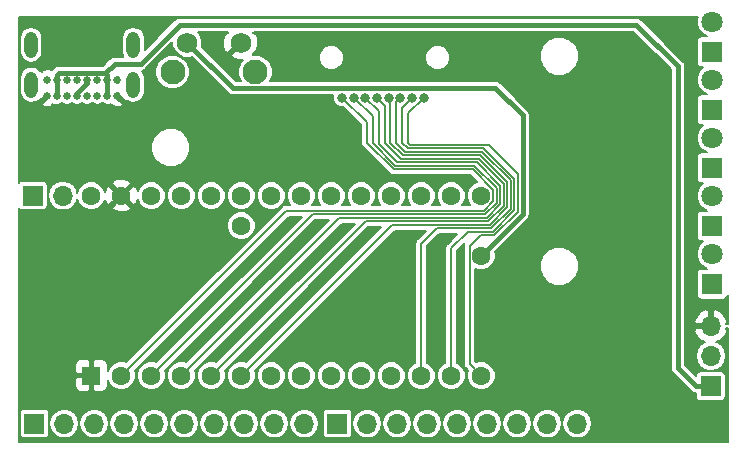
<source format=gbr>
G04 #@! TF.GenerationSoftware,KiCad,Pcbnew,5.0.2+dfsg1-1*
G04 #@! TF.CreationDate,2021-08-19T21:23:57+02:00*
G04 #@! TF.ProjectId,ergodox,6572676f-646f-4782-9e6b-696361645f70,rev?*
G04 #@! TF.SameCoordinates,Original*
G04 #@! TF.FileFunction,Copper,L2,Bot*
G04 #@! TF.FilePolarity,Positive*
%FSLAX46Y46*%
G04 Gerber Fmt 4.6, Leading zero omitted, Abs format (unit mm)*
G04 Created by KiCad (PCBNEW 5.0.2+dfsg1-1) date jeu 19 aoû 2021 21:23:57 CEST*
%MOMM*%
%LPD*%
G01*
G04 APERTURE LIST*
G04 #@! TA.AperFunction,ComponentPad*
%ADD10C,0.650000*%
G04 #@! TD*
G04 #@! TA.AperFunction,ComponentPad*
%ADD11O,1.108000X2.216000*%
G04 #@! TD*
G04 #@! TA.AperFunction,ComponentPad*
%ADD12C,2.100000*%
G04 #@! TD*
G04 #@! TA.AperFunction,ComponentPad*
%ADD13C,1.750000*%
G04 #@! TD*
G04 #@! TA.AperFunction,ComponentPad*
%ADD14C,1.600000*%
G04 #@! TD*
G04 #@! TA.AperFunction,ComponentPad*
%ADD15R,1.600000X1.600000*%
G04 #@! TD*
G04 #@! TA.AperFunction,ComponentPad*
%ADD16R,1.700000X1.700000*%
G04 #@! TD*
G04 #@! TA.AperFunction,ComponentPad*
%ADD17O,1.700000X1.700000*%
G04 #@! TD*
G04 #@! TA.AperFunction,ComponentPad*
%ADD18R,1.800000X1.800000*%
G04 #@! TD*
G04 #@! TA.AperFunction,ComponentPad*
%ADD19C,1.800000*%
G04 #@! TD*
G04 #@! TA.AperFunction,ViaPad*
%ADD20C,0.800000*%
G04 #@! TD*
G04 #@! TA.AperFunction,Conductor*
%ADD21C,0.400000*%
G04 #@! TD*
G04 #@! TA.AperFunction,Conductor*
%ADD22C,0.200000*%
G04 #@! TD*
G04 #@! TA.AperFunction,Conductor*
%ADD23C,0.250000*%
G04 #@! TD*
G04 APERTURE END LIST*
D10*
G04 #@! TO.P,J22,A1*
G04 #@! TO.N,GND*
X104570000Y-86829000D03*
G04 #@! TO.P,J22,A4*
G04 #@! TO.N,+5V*
X103720000Y-86829000D03*
G04 #@! TO.P,J22,A5*
G04 #@! TO.N,Net-(J22-PadA5)*
X102870000Y-86829000D03*
G04 #@! TO.P,J22,A6*
G04 #@! TO.N,USB_D-*
X102020000Y-86829000D03*
G04 #@! TO.P,J22,A7*
G04 #@! TO.N,USB_D+*
X101170000Y-86829000D03*
G04 #@! TO.P,J22,A8*
G04 #@! TO.N,Net-(J22-PadA8)*
X100320000Y-86829000D03*
G04 #@! TO.P,J22,A9*
G04 #@! TO.N,+5V*
X99470000Y-86829000D03*
G04 #@! TO.P,J22,A12*
G04 #@! TO.N,GND*
X98620000Y-86829000D03*
G04 #@! TO.P,J22,B1*
X98620000Y-85479000D03*
G04 #@! TO.P,J22,B4*
G04 #@! TO.N,+5V*
X99470000Y-85479000D03*
G04 #@! TO.P,J22,B5*
G04 #@! TO.N,Net-(J22-PadB5)*
X100320000Y-85479000D03*
G04 #@! TO.P,J22,B6*
G04 #@! TO.N,USB_D-*
X101170000Y-85479000D03*
G04 #@! TO.P,J22,B7*
G04 #@! TO.N,USB_D+*
X102020000Y-85479000D03*
G04 #@! TO.P,J22,B8*
G04 #@! TO.N,Net-(J22-PadB8)*
X102870000Y-85479000D03*
G04 #@! TO.P,J22,B9*
G04 #@! TO.N,+5V*
X103720000Y-85479000D03*
G04 #@! TO.P,J22,B12*
G04 #@! TO.N,GND*
X104570000Y-85479000D03*
D11*
G04 #@! TO.P,J22,P1*
G04 #@! TO.N,Net-(J22-PadP1)*
X105920000Y-85849000D03*
G04 #@! TO.P,J22,P2*
X97270000Y-85849000D03*
G04 #@! TO.P,J22,P3*
X97270000Y-82469000D03*
G04 #@! TO.P,J22,P4*
X105920000Y-82469000D03*
G04 #@! TD*
D12*
G04 #@! TO.P,SW1,*
G04 #@! TO.N,*
X116250000Y-84786000D03*
D13*
G04 #@! TO.P,SW1,2*
G04 #@! TO.N,GND*
X114990000Y-82296000D03*
G04 #@! TO.P,SW1,1*
G04 #@! TO.N,Net-(SW1-Pad1)*
X110490000Y-82296000D03*
D12*
G04 #@! TO.P,SW1,*
G04 #@! TO.N,*
X109240000Y-84786000D03*
G04 #@! TD*
D14*
G04 #@! TO.P,U2,18*
G04 #@! TO.N,Net-(SW1-Pad1)*
X135382000Y-100330000D03*
G04 #@! TO.P,U2,20*
G04 #@! TO.N,L5*
X135382000Y-95250000D03*
G04 #@! TO.P,U2,14*
G04 #@! TO.N,C2*
X135382000Y-110490000D03*
G04 #@! TO.P,U2,21*
G04 #@! TO.N,L4*
X132842000Y-95250000D03*
G04 #@! TO.P,U2,22*
G04 #@! TO.N,L3*
X130302000Y-95250000D03*
G04 #@! TO.P,U2,23*
G04 #@! TO.N,L2*
X127762000Y-95250000D03*
G04 #@! TO.P,U2,24*
G04 #@! TO.N,L1*
X125222000Y-95250000D03*
G04 #@! TO.P,U2,25*
G04 #@! TO.N,BL_IN*
X122682000Y-95250000D03*
G04 #@! TO.P,U2,26*
G04 #@! TO.N,C8*
X120142000Y-95250000D03*
G04 #@! TO.P,U2,27*
G04 #@! TO.N,C7*
X117602000Y-95250000D03*
G04 #@! TO.P,U2,28*
G04 #@! TO.N,C5*
X115062000Y-95250000D03*
G04 #@! TO.P,U2,29*
G04 #@! TO.N,C4*
X112522000Y-95250000D03*
G04 #@! TO.P,U2,30*
G04 #@! TO.N,C3*
X109982000Y-95250000D03*
G04 #@! TO.P,U2,31*
G04 #@! TO.N,Net-(U2-Pad31)*
X107442000Y-95250000D03*
G04 #@! TO.P,U2,32*
G04 #@! TO.N,GND*
X104902000Y-95250000D03*
G04 #@! TO.P,U2,33*
G04 #@! TO.N,+5V*
X102362000Y-95250000D03*
G04 #@! TO.P,U2,37*
G04 #@! TO.N,C6*
X115062000Y-97790000D03*
G04 #@! TO.P,U2,13*
G04 #@! TO.N,C1*
X132842000Y-110490000D03*
G04 #@! TO.P,U2,12*
G04 #@! TO.N,C0*
X130302000Y-110490000D03*
G04 #@! TO.P,U2,11*
G04 #@! TO.N,R9*
X127762000Y-110490000D03*
G04 #@! TO.P,U2,10*
G04 #@! TO.N,R8*
X125222000Y-110490000D03*
G04 #@! TO.P,U2,9*
G04 #@! TO.N,R7*
X122682000Y-110490000D03*
G04 #@! TO.P,U2,8*
G04 #@! TO.N,R6*
X120142000Y-110490000D03*
G04 #@! TO.P,U2,7*
G04 #@! TO.N,R5*
X117602000Y-110490000D03*
G04 #@! TO.P,U2,6*
G04 #@! TO.N,R4*
X115062000Y-110490000D03*
G04 #@! TO.P,U2,5*
G04 #@! TO.N,R3*
X112522000Y-110490000D03*
G04 #@! TO.P,U2,4*
G04 #@! TO.N,R2*
X109982000Y-110490000D03*
G04 #@! TO.P,U2,3*
G04 #@! TO.N,R1*
X107442000Y-110490000D03*
G04 #@! TO.P,U2,2*
G04 #@! TO.N,R0*
X104902000Y-110490000D03*
D15*
G04 #@! TO.P,U2,1*
G04 #@! TO.N,GND*
X102362000Y-110490000D03*
G04 #@! TD*
D16*
G04 #@! TO.P,J2,1*
G04 #@! TO.N,C0*
X123190000Y-114554000D03*
D17*
G04 #@! TO.P,J2,2*
G04 #@! TO.N,C1*
X125730000Y-114554000D03*
G04 #@! TO.P,J2,3*
G04 #@! TO.N,C2*
X128270000Y-114554000D03*
G04 #@! TO.P,J2,4*
G04 #@! TO.N,C3*
X130810000Y-114554000D03*
G04 #@! TO.P,J2,5*
G04 #@! TO.N,C4*
X133350000Y-114554000D03*
G04 #@! TO.P,J2,6*
G04 #@! TO.N,C5*
X135890000Y-114554000D03*
G04 #@! TO.P,J2,7*
G04 #@! TO.N,C6*
X138430000Y-114554000D03*
G04 #@! TO.P,J2,8*
G04 #@! TO.N,C7*
X140970000Y-114554000D03*
G04 #@! TO.P,J2,9*
G04 #@! TO.N,C8*
X143510000Y-114554000D03*
G04 #@! TD*
D18*
G04 #@! TO.P,D3,1*
G04 #@! TO.N,Net-(D3-Pad1)*
X154940000Y-92900500D03*
D19*
G04 #@! TO.P,D3,2*
G04 #@! TO.N,L3*
X154940000Y-90360500D03*
G04 #@! TD*
D16*
G04 #@! TO.P,J1,1*
G04 #@! TO.N,R0*
X97536000Y-114554000D03*
D17*
G04 #@! TO.P,J1,2*
G04 #@! TO.N,R1*
X100076000Y-114554000D03*
G04 #@! TO.P,J1,3*
G04 #@! TO.N,R2*
X102616000Y-114554000D03*
G04 #@! TO.P,J1,4*
G04 #@! TO.N,R3*
X105156000Y-114554000D03*
G04 #@! TO.P,J1,5*
G04 #@! TO.N,R4*
X107696000Y-114554000D03*
G04 #@! TO.P,J1,6*
G04 #@! TO.N,R5*
X110236000Y-114554000D03*
G04 #@! TO.P,J1,7*
G04 #@! TO.N,R6*
X112776000Y-114554000D03*
G04 #@! TO.P,J1,8*
G04 #@! TO.N,R7*
X115316000Y-114554000D03*
G04 #@! TO.P,J1,9*
G04 #@! TO.N,R8*
X117856000Y-114554000D03*
G04 #@! TO.P,J1,10*
G04 #@! TO.N,R9*
X120396000Y-114554000D03*
G04 #@! TD*
D16*
G04 #@! TO.P,J23,1*
G04 #@! TO.N,USB_D+*
X97409000Y-95250000D03*
D17*
G04 #@! TO.P,J23,2*
G04 #@! TO.N,USB_D-*
X99949000Y-95250000D03*
G04 #@! TD*
D16*
G04 #@! TO.P,J20,1*
G04 #@! TO.N,+5V*
X154813000Y-111379000D03*
D17*
G04 #@! TO.P,J20,2*
G04 #@! TO.N,Net-(J20-Pad2)*
X154813000Y-108839000D03*
G04 #@! TO.P,J20,3*
G04 #@! TO.N,GND*
X154813000Y-106299000D03*
G04 #@! TD*
D18*
G04 #@! TO.P,D5,1*
G04 #@! TO.N,Net-(D5-Pad1)*
X154940000Y-102743000D03*
D19*
G04 #@! TO.P,D5,2*
G04 #@! TO.N,L5*
X154940000Y-100203000D03*
G04 #@! TD*
G04 #@! TO.P,D4,2*
G04 #@! TO.N,L4*
X154940000Y-95281750D03*
D18*
G04 #@! TO.P,D4,1*
G04 #@! TO.N,Net-(D4-Pad1)*
X154940000Y-97821750D03*
G04 #@! TD*
D19*
G04 #@! TO.P,D2,2*
G04 #@! TO.N,L2*
X154940000Y-85439250D03*
D18*
G04 #@! TO.P,D2,1*
G04 #@! TO.N,Net-(D2-Pad1)*
X154940000Y-87979250D03*
G04 #@! TD*
G04 #@! TO.P,D1,1*
G04 #@! TO.N,Net-(D1-Pad1)*
X154940000Y-83058000D03*
D19*
G04 #@! TO.P,D1,2*
G04 #@! TO.N,L1*
X154940000Y-80518000D03*
G04 #@! TD*
D20*
G04 #@! TO.N,C2*
X130505200Y-86944200D03*
G04 #@! TO.N,C1*
X129518226Y-86944200D03*
G04 #@! TO.N,C0*
X128531255Y-86944200D03*
G04 #@! TO.N,R4*
X127544284Y-86944200D03*
G04 #@! TO.N,R3*
X126557313Y-86944200D03*
G04 #@! TO.N,R2*
X125570342Y-86944200D03*
G04 #@! TO.N,R1*
X124583371Y-86944200D03*
G04 #@! TO.N,R0*
X123596400Y-86944200D03*
G04 #@! TO.N,GND*
X146697700Y-92913200D03*
X146900900Y-97548700D03*
X146761200Y-88112600D03*
X149987000Y-84455000D03*
G04 #@! TD*
D21*
G04 #@! TO.N,Net-(SW1-Pad1)*
X114330001Y-86136001D02*
X110490000Y-82296000D01*
X136555001Y-86136001D02*
X114330001Y-86136001D01*
X138882075Y-88463075D02*
X136555001Y-86136001D01*
X135382000Y-100330000D02*
X138882074Y-96829926D01*
X138882074Y-96829926D02*
X138882075Y-88463075D01*
D22*
G04 #@! TO.N,C2*
X129348000Y-90932000D02*
X129182000Y-90766000D01*
X136017000Y-90932000D02*
X129348000Y-90932000D01*
X138482066Y-93397066D02*
X136017000Y-90932000D01*
X134381999Y-109489999D02*
X134381999Y-99552001D01*
X129182000Y-90766000D02*
X129182000Y-88267400D01*
X135382000Y-110490000D02*
X134381999Y-109489999D01*
X138482065Y-96599883D02*
X138482066Y-93397066D01*
X134381999Y-99552001D02*
X135313932Y-98620068D01*
X135313932Y-98620068D02*
X136461880Y-98620068D01*
X136461880Y-98620068D02*
X138482065Y-96599883D01*
X129182000Y-88267400D02*
X130505200Y-86944200D01*
G04 #@! TO.N,C1*
X128682000Y-87726000D02*
X128736426Y-87726000D01*
X128736426Y-87726000D02*
X129518226Y-86944200D01*
X129148009Y-91232009D02*
X128682000Y-90766000D01*
X135636000Y-91232010D02*
X129148009Y-91232009D01*
X135636000Y-91269722D02*
X135636000Y-91232010D01*
X132842000Y-99695000D02*
X134216942Y-98320058D01*
X134216942Y-98320058D02*
X136337612Y-98320058D01*
X136337612Y-98320058D02*
X138182056Y-96475614D01*
X132842000Y-110490000D02*
X132842000Y-99695000D01*
X138182057Y-93815779D02*
X135636000Y-91269722D01*
X138182056Y-96475614D02*
X138182057Y-93815779D01*
X128682000Y-90766000D02*
X128682000Y-87726000D01*
G04 #@! TO.N,C0*
X128948020Y-91532020D02*
X128182000Y-90766000D01*
X130302000Y-99314000D02*
X131595951Y-98020049D01*
X128182000Y-87337000D02*
X128531255Y-86987745D01*
X137882047Y-93940047D02*
X135474020Y-91532020D01*
X130302000Y-110490000D02*
X130302000Y-99314000D01*
X131595951Y-98020049D02*
X136213343Y-98020049D01*
X128531255Y-86987745D02*
X128531255Y-86944200D01*
X135474020Y-91532020D02*
X128948020Y-91532020D01*
X136213343Y-98020049D02*
X137882047Y-96351345D01*
X137882047Y-96351345D02*
X137882047Y-93940047D01*
X128182000Y-90766000D02*
X128182000Y-87337000D01*
G04 #@! TO.N,R4*
X127682000Y-87423000D02*
X127544284Y-87285284D01*
X128748030Y-91832030D02*
X127682000Y-90766000D01*
X127544284Y-87285284D02*
X127544284Y-86944200D01*
X127831961Y-97720039D02*
X136089075Y-97720039D01*
X115062000Y-110490000D02*
X127831961Y-97720039D01*
X136089075Y-97720039D02*
X137582038Y-96227076D01*
X137582038Y-96227076D02*
X137582039Y-94104761D01*
X137582039Y-94104761D02*
X135309308Y-91832030D01*
X135309308Y-91832030D02*
X128748030Y-91832030D01*
X127682000Y-90766000D02*
X127682000Y-87423000D01*
G04 #@! TO.N,R3*
X127171113Y-87558000D02*
X126557313Y-86944200D01*
X128548040Y-92132040D02*
X127182000Y-90766000D01*
X125591971Y-97420029D02*
X135964807Y-97420029D01*
X127182000Y-87558000D02*
X127171113Y-87558000D01*
X112522000Y-110490000D02*
X125591971Y-97420029D01*
X135964807Y-97420029D02*
X137282029Y-96102807D01*
X137282029Y-96102807D02*
X137282029Y-94229029D01*
X137282029Y-94229029D02*
X135185040Y-92132040D01*
X135185040Y-92132040D02*
X128548040Y-92132040D01*
X127182000Y-90766000D02*
X127182000Y-87558000D01*
G04 #@! TO.N,R2*
X128201080Y-92432050D02*
X126682000Y-90912970D01*
X135840538Y-97120020D02*
X136982019Y-95978539D01*
X123351980Y-97120020D02*
X135840538Y-97120020D01*
X109982000Y-110490000D02*
X123351980Y-97120020D01*
X136982019Y-95978539D02*
X136982019Y-94437019D01*
X136982019Y-94437019D02*
X134977050Y-92432050D01*
X134977050Y-92432050D02*
X128201080Y-92432050D01*
X126682000Y-90912970D02*
X126682000Y-88055858D01*
X126682000Y-88055858D02*
X125570342Y-86944200D01*
G04 #@! TO.N,R1*
X135716270Y-96820010D02*
X136682010Y-95854270D01*
X126182000Y-90837248D02*
X126182000Y-88542829D01*
X136682010Y-95854270D02*
X136682010Y-94645010D01*
X128076812Y-92732060D02*
X126182000Y-90837248D01*
X121111990Y-96820010D02*
X135716270Y-96820010D01*
X136682010Y-94645010D02*
X134769060Y-92732060D01*
X107442000Y-110490000D02*
X121111990Y-96820010D01*
X134769060Y-92732060D02*
X128076812Y-92732060D01*
X126182000Y-88542829D02*
X124583371Y-86944200D01*
G04 #@! TO.N,R0*
X135592002Y-96520000D02*
X118872000Y-96520000D01*
X125682000Y-90766000D02*
X127948070Y-93032070D01*
X127948070Y-93032070D02*
X134644072Y-93032070D01*
X118872000Y-96520000D02*
X104902000Y-110490000D01*
X125682000Y-90766000D02*
X125682000Y-89029800D01*
X125682000Y-89029800D02*
X123596400Y-86944200D01*
X136382001Y-95730001D02*
X135592002Y-96520000D01*
X136382001Y-94769999D02*
X136382001Y-95730001D01*
X134644072Y-93032070D02*
X136382001Y-94769999D01*
D21*
G04 #@! TO.N,+5V*
X103725000Y-86829000D02*
X103725000Y-85479000D01*
X99475000Y-86829000D02*
X99475000Y-85479000D01*
X103720000Y-85019381D02*
X103720000Y-85479000D01*
X99635382Y-84853999D02*
X103554618Y-84853999D01*
X99470000Y-85019381D02*
X99635382Y-84853999D01*
X103554618Y-84853999D02*
X103720000Y-85019381D01*
X99470000Y-85479000D02*
X99470000Y-85019381D01*
X104334617Y-84074000D02*
X103554618Y-84853999D01*
X106553000Y-84074000D02*
X104334617Y-84074000D01*
X154813000Y-111379000D02*
X153563000Y-111379000D01*
X152019000Y-109835000D02*
X152019000Y-84294252D01*
X153563000Y-111379000D02*
X152019000Y-109835000D01*
X152019000Y-84294252D02*
X148496748Y-80772000D01*
X148496748Y-80772000D02*
X109855000Y-80772000D01*
X109855000Y-80772000D02*
X106553000Y-84074000D01*
G04 #@! TO.N,USB_D+*
X102025000Y-85702002D02*
X102025000Y-85479000D01*
X101175000Y-86552002D02*
X102025000Y-85702002D01*
X101175000Y-86829000D02*
X101175000Y-86552002D01*
D23*
G04 #@! TO.N,L2*
X127508000Y-94996000D02*
X127762000Y-95250000D01*
G04 #@! TD*
D22*
G04 #@! TO.N,GND*
G36*
X153640000Y-80259414D02*
X153640000Y-80776586D01*
X153837913Y-81254391D01*
X154203609Y-81620087D01*
X154517643Y-81750164D01*
X154040000Y-81750164D01*
X153883928Y-81781209D01*
X153751616Y-81869616D01*
X153663209Y-82001928D01*
X153632164Y-82158000D01*
X153632164Y-83958000D01*
X153663209Y-84114072D01*
X153751616Y-84246384D01*
X153883928Y-84334791D01*
X154040000Y-84365836D01*
X154174936Y-84365836D01*
X153837913Y-84702859D01*
X153640000Y-85180664D01*
X153640000Y-85697836D01*
X153837913Y-86175641D01*
X154203609Y-86541337D01*
X154517643Y-86671414D01*
X154040000Y-86671414D01*
X153883928Y-86702459D01*
X153751616Y-86790866D01*
X153663209Y-86923178D01*
X153632164Y-87079250D01*
X153632164Y-88879250D01*
X153663209Y-89035322D01*
X153751616Y-89167634D01*
X153883928Y-89256041D01*
X154040000Y-89287086D01*
X154174936Y-89287086D01*
X153837913Y-89624109D01*
X153640000Y-90101914D01*
X153640000Y-90619086D01*
X153837913Y-91096891D01*
X154203609Y-91462587D01*
X154517643Y-91592664D01*
X154040000Y-91592664D01*
X153883928Y-91623709D01*
X153751616Y-91712116D01*
X153663209Y-91844428D01*
X153632164Y-92000500D01*
X153632164Y-93800500D01*
X153663209Y-93956572D01*
X153751616Y-94088884D01*
X153883928Y-94177291D01*
X154040000Y-94208336D01*
X154174936Y-94208336D01*
X153837913Y-94545359D01*
X153640000Y-95023164D01*
X153640000Y-95540336D01*
X153837913Y-96018141D01*
X154203609Y-96383837D01*
X154517643Y-96513914D01*
X154040000Y-96513914D01*
X153883928Y-96544959D01*
X153751616Y-96633366D01*
X153663209Y-96765678D01*
X153632164Y-96921750D01*
X153632164Y-98721750D01*
X153663209Y-98877822D01*
X153751616Y-99010134D01*
X153883928Y-99098541D01*
X154040000Y-99129586D01*
X154174936Y-99129586D01*
X153837913Y-99466609D01*
X153640000Y-99944414D01*
X153640000Y-100461586D01*
X153837913Y-100939391D01*
X154203609Y-101305087D01*
X154517643Y-101435164D01*
X154040000Y-101435164D01*
X153883928Y-101466209D01*
X153751616Y-101554616D01*
X153663209Y-101686928D01*
X153632164Y-101843000D01*
X153632164Y-103643000D01*
X153663209Y-103799072D01*
X153751616Y-103931384D01*
X153883928Y-104019791D01*
X154040000Y-104050836D01*
X155840000Y-104050836D01*
X155996072Y-104019791D01*
X156128384Y-103931384D01*
X156216791Y-103799072D01*
X156243000Y-103667310D01*
X156243000Y-106144998D01*
X156109890Y-106144998D01*
X156220903Y-105920090D01*
X156076477Y-105571384D01*
X155701854Y-105143259D01*
X155191911Y-104891085D01*
X154967000Y-105001144D01*
X154967000Y-106145000D01*
X154987000Y-106145000D01*
X154987000Y-106453000D01*
X154967000Y-106453000D01*
X154967000Y-106473000D01*
X154659000Y-106473000D01*
X154659000Y-106453000D01*
X153516111Y-106453000D01*
X153405097Y-106677910D01*
X153549523Y-107026616D01*
X153924146Y-107454741D01*
X154337421Y-107659111D01*
X154325275Y-107661527D01*
X153911801Y-107937801D01*
X153635527Y-108351275D01*
X153538512Y-108839000D01*
X153635527Y-109326725D01*
X153911801Y-109740199D01*
X154325275Y-110016473D01*
X154689891Y-110089000D01*
X154936109Y-110089000D01*
X155300725Y-110016473D01*
X155714199Y-109740199D01*
X155990473Y-109326725D01*
X156087488Y-108839000D01*
X155990473Y-108351275D01*
X155714199Y-107937801D01*
X155300725Y-107661527D01*
X155288579Y-107659111D01*
X155701854Y-107454741D01*
X156076477Y-107026616D01*
X156220903Y-106677910D01*
X156109890Y-106453002D01*
X156243000Y-106453002D01*
X156243000Y-116111000D01*
X96233000Y-116111000D01*
X96233000Y-113704000D01*
X96278164Y-113704000D01*
X96278164Y-115404000D01*
X96309209Y-115560072D01*
X96397616Y-115692384D01*
X96529928Y-115780791D01*
X96686000Y-115811836D01*
X98386000Y-115811836D01*
X98542072Y-115780791D01*
X98674384Y-115692384D01*
X98762791Y-115560072D01*
X98793836Y-115404000D01*
X98793836Y-114554000D01*
X98801512Y-114554000D01*
X98898527Y-115041725D01*
X99174801Y-115455199D01*
X99588275Y-115731473D01*
X99952891Y-115804000D01*
X100199109Y-115804000D01*
X100563725Y-115731473D01*
X100977199Y-115455199D01*
X101253473Y-115041725D01*
X101346000Y-114576563D01*
X101438527Y-115041725D01*
X101714801Y-115455199D01*
X102128275Y-115731473D01*
X102492891Y-115804000D01*
X102739109Y-115804000D01*
X103103725Y-115731473D01*
X103517199Y-115455199D01*
X103793473Y-115041725D01*
X103886000Y-114576563D01*
X103978527Y-115041725D01*
X104254801Y-115455199D01*
X104668275Y-115731473D01*
X105032891Y-115804000D01*
X105279109Y-115804000D01*
X105643725Y-115731473D01*
X106057199Y-115455199D01*
X106333473Y-115041725D01*
X106426000Y-114576563D01*
X106518527Y-115041725D01*
X106794801Y-115455199D01*
X107208275Y-115731473D01*
X107572891Y-115804000D01*
X107819109Y-115804000D01*
X108183725Y-115731473D01*
X108597199Y-115455199D01*
X108873473Y-115041725D01*
X108966000Y-114576563D01*
X109058527Y-115041725D01*
X109334801Y-115455199D01*
X109748275Y-115731473D01*
X110112891Y-115804000D01*
X110359109Y-115804000D01*
X110723725Y-115731473D01*
X111137199Y-115455199D01*
X111413473Y-115041725D01*
X111506000Y-114576563D01*
X111598527Y-115041725D01*
X111874801Y-115455199D01*
X112288275Y-115731473D01*
X112652891Y-115804000D01*
X112899109Y-115804000D01*
X113263725Y-115731473D01*
X113677199Y-115455199D01*
X113953473Y-115041725D01*
X114046000Y-114576563D01*
X114138527Y-115041725D01*
X114414801Y-115455199D01*
X114828275Y-115731473D01*
X115192891Y-115804000D01*
X115439109Y-115804000D01*
X115803725Y-115731473D01*
X116217199Y-115455199D01*
X116493473Y-115041725D01*
X116586000Y-114576563D01*
X116678527Y-115041725D01*
X116954801Y-115455199D01*
X117368275Y-115731473D01*
X117732891Y-115804000D01*
X117979109Y-115804000D01*
X118343725Y-115731473D01*
X118757199Y-115455199D01*
X119033473Y-115041725D01*
X119126000Y-114576563D01*
X119218527Y-115041725D01*
X119494801Y-115455199D01*
X119908275Y-115731473D01*
X120272891Y-115804000D01*
X120519109Y-115804000D01*
X120883725Y-115731473D01*
X121297199Y-115455199D01*
X121573473Y-115041725D01*
X121670488Y-114554000D01*
X121573473Y-114066275D01*
X121331410Y-113704000D01*
X121932164Y-113704000D01*
X121932164Y-115404000D01*
X121963209Y-115560072D01*
X122051616Y-115692384D01*
X122183928Y-115780791D01*
X122340000Y-115811836D01*
X124040000Y-115811836D01*
X124196072Y-115780791D01*
X124328384Y-115692384D01*
X124416791Y-115560072D01*
X124447836Y-115404000D01*
X124447836Y-114554000D01*
X124455512Y-114554000D01*
X124552527Y-115041725D01*
X124828801Y-115455199D01*
X125242275Y-115731473D01*
X125606891Y-115804000D01*
X125853109Y-115804000D01*
X126217725Y-115731473D01*
X126631199Y-115455199D01*
X126907473Y-115041725D01*
X127000000Y-114576563D01*
X127092527Y-115041725D01*
X127368801Y-115455199D01*
X127782275Y-115731473D01*
X128146891Y-115804000D01*
X128393109Y-115804000D01*
X128757725Y-115731473D01*
X129171199Y-115455199D01*
X129447473Y-115041725D01*
X129540000Y-114576563D01*
X129632527Y-115041725D01*
X129908801Y-115455199D01*
X130322275Y-115731473D01*
X130686891Y-115804000D01*
X130933109Y-115804000D01*
X131297725Y-115731473D01*
X131711199Y-115455199D01*
X131987473Y-115041725D01*
X132080000Y-114576563D01*
X132172527Y-115041725D01*
X132448801Y-115455199D01*
X132862275Y-115731473D01*
X133226891Y-115804000D01*
X133473109Y-115804000D01*
X133837725Y-115731473D01*
X134251199Y-115455199D01*
X134527473Y-115041725D01*
X134620000Y-114576563D01*
X134712527Y-115041725D01*
X134988801Y-115455199D01*
X135402275Y-115731473D01*
X135766891Y-115804000D01*
X136013109Y-115804000D01*
X136377725Y-115731473D01*
X136791199Y-115455199D01*
X137067473Y-115041725D01*
X137160000Y-114576563D01*
X137252527Y-115041725D01*
X137528801Y-115455199D01*
X137942275Y-115731473D01*
X138306891Y-115804000D01*
X138553109Y-115804000D01*
X138917725Y-115731473D01*
X139331199Y-115455199D01*
X139607473Y-115041725D01*
X139700000Y-114576563D01*
X139792527Y-115041725D01*
X140068801Y-115455199D01*
X140482275Y-115731473D01*
X140846891Y-115804000D01*
X141093109Y-115804000D01*
X141457725Y-115731473D01*
X141871199Y-115455199D01*
X142147473Y-115041725D01*
X142240000Y-114576563D01*
X142332527Y-115041725D01*
X142608801Y-115455199D01*
X143022275Y-115731473D01*
X143386891Y-115804000D01*
X143633109Y-115804000D01*
X143997725Y-115731473D01*
X144411199Y-115455199D01*
X144687473Y-115041725D01*
X144784488Y-114554000D01*
X144687473Y-114066275D01*
X144411199Y-113652801D01*
X143997725Y-113376527D01*
X143633109Y-113304000D01*
X143386891Y-113304000D01*
X143022275Y-113376527D01*
X142608801Y-113652801D01*
X142332527Y-114066275D01*
X142240000Y-114531437D01*
X142147473Y-114066275D01*
X141871199Y-113652801D01*
X141457725Y-113376527D01*
X141093109Y-113304000D01*
X140846891Y-113304000D01*
X140482275Y-113376527D01*
X140068801Y-113652801D01*
X139792527Y-114066275D01*
X139700000Y-114531437D01*
X139607473Y-114066275D01*
X139331199Y-113652801D01*
X138917725Y-113376527D01*
X138553109Y-113304000D01*
X138306891Y-113304000D01*
X137942275Y-113376527D01*
X137528801Y-113652801D01*
X137252527Y-114066275D01*
X137160000Y-114531437D01*
X137067473Y-114066275D01*
X136791199Y-113652801D01*
X136377725Y-113376527D01*
X136013109Y-113304000D01*
X135766891Y-113304000D01*
X135402275Y-113376527D01*
X134988801Y-113652801D01*
X134712527Y-114066275D01*
X134620000Y-114531437D01*
X134527473Y-114066275D01*
X134251199Y-113652801D01*
X133837725Y-113376527D01*
X133473109Y-113304000D01*
X133226891Y-113304000D01*
X132862275Y-113376527D01*
X132448801Y-113652801D01*
X132172527Y-114066275D01*
X132080000Y-114531437D01*
X131987473Y-114066275D01*
X131711199Y-113652801D01*
X131297725Y-113376527D01*
X130933109Y-113304000D01*
X130686891Y-113304000D01*
X130322275Y-113376527D01*
X129908801Y-113652801D01*
X129632527Y-114066275D01*
X129540000Y-114531437D01*
X129447473Y-114066275D01*
X129171199Y-113652801D01*
X128757725Y-113376527D01*
X128393109Y-113304000D01*
X128146891Y-113304000D01*
X127782275Y-113376527D01*
X127368801Y-113652801D01*
X127092527Y-114066275D01*
X127000000Y-114531437D01*
X126907473Y-114066275D01*
X126631199Y-113652801D01*
X126217725Y-113376527D01*
X125853109Y-113304000D01*
X125606891Y-113304000D01*
X125242275Y-113376527D01*
X124828801Y-113652801D01*
X124552527Y-114066275D01*
X124455512Y-114554000D01*
X124447836Y-114554000D01*
X124447836Y-113704000D01*
X124416791Y-113547928D01*
X124328384Y-113415616D01*
X124196072Y-113327209D01*
X124040000Y-113296164D01*
X122340000Y-113296164D01*
X122183928Y-113327209D01*
X122051616Y-113415616D01*
X121963209Y-113547928D01*
X121932164Y-113704000D01*
X121331410Y-113704000D01*
X121297199Y-113652801D01*
X120883725Y-113376527D01*
X120519109Y-113304000D01*
X120272891Y-113304000D01*
X119908275Y-113376527D01*
X119494801Y-113652801D01*
X119218527Y-114066275D01*
X119126000Y-114531437D01*
X119033473Y-114066275D01*
X118757199Y-113652801D01*
X118343725Y-113376527D01*
X117979109Y-113304000D01*
X117732891Y-113304000D01*
X117368275Y-113376527D01*
X116954801Y-113652801D01*
X116678527Y-114066275D01*
X116586000Y-114531437D01*
X116493473Y-114066275D01*
X116217199Y-113652801D01*
X115803725Y-113376527D01*
X115439109Y-113304000D01*
X115192891Y-113304000D01*
X114828275Y-113376527D01*
X114414801Y-113652801D01*
X114138527Y-114066275D01*
X114046000Y-114531437D01*
X113953473Y-114066275D01*
X113677199Y-113652801D01*
X113263725Y-113376527D01*
X112899109Y-113304000D01*
X112652891Y-113304000D01*
X112288275Y-113376527D01*
X111874801Y-113652801D01*
X111598527Y-114066275D01*
X111506000Y-114531437D01*
X111413473Y-114066275D01*
X111137199Y-113652801D01*
X110723725Y-113376527D01*
X110359109Y-113304000D01*
X110112891Y-113304000D01*
X109748275Y-113376527D01*
X109334801Y-113652801D01*
X109058527Y-114066275D01*
X108966000Y-114531437D01*
X108873473Y-114066275D01*
X108597199Y-113652801D01*
X108183725Y-113376527D01*
X107819109Y-113304000D01*
X107572891Y-113304000D01*
X107208275Y-113376527D01*
X106794801Y-113652801D01*
X106518527Y-114066275D01*
X106426000Y-114531437D01*
X106333473Y-114066275D01*
X106057199Y-113652801D01*
X105643725Y-113376527D01*
X105279109Y-113304000D01*
X105032891Y-113304000D01*
X104668275Y-113376527D01*
X104254801Y-113652801D01*
X103978527Y-114066275D01*
X103886000Y-114531437D01*
X103793473Y-114066275D01*
X103517199Y-113652801D01*
X103103725Y-113376527D01*
X102739109Y-113304000D01*
X102492891Y-113304000D01*
X102128275Y-113376527D01*
X101714801Y-113652801D01*
X101438527Y-114066275D01*
X101346000Y-114531437D01*
X101253473Y-114066275D01*
X100977199Y-113652801D01*
X100563725Y-113376527D01*
X100199109Y-113304000D01*
X99952891Y-113304000D01*
X99588275Y-113376527D01*
X99174801Y-113652801D01*
X98898527Y-114066275D01*
X98801512Y-114554000D01*
X98793836Y-114554000D01*
X98793836Y-113704000D01*
X98762791Y-113547928D01*
X98674384Y-113415616D01*
X98542072Y-113327209D01*
X98386000Y-113296164D01*
X96686000Y-113296164D01*
X96529928Y-113327209D01*
X96397616Y-113415616D01*
X96309209Y-113547928D01*
X96278164Y-113704000D01*
X96233000Y-113704000D01*
X96233000Y-110796000D01*
X100954000Y-110796000D01*
X100954000Y-111410938D01*
X101046562Y-111634404D01*
X101217595Y-111805437D01*
X101441061Y-111898000D01*
X102056000Y-111898000D01*
X102208000Y-111746000D01*
X102208000Y-110644000D01*
X101106000Y-110644000D01*
X100954000Y-110796000D01*
X96233000Y-110796000D01*
X96233000Y-109569062D01*
X100954000Y-109569062D01*
X100954000Y-110184000D01*
X101106000Y-110336000D01*
X102208000Y-110336000D01*
X102208000Y-109234000D01*
X102056000Y-109082000D01*
X101441061Y-109082000D01*
X101217595Y-109174563D01*
X101046562Y-109345596D01*
X100954000Y-109569062D01*
X96233000Y-109569062D01*
X96233000Y-97551305D01*
X113862000Y-97551305D01*
X113862000Y-98028695D01*
X114044689Y-98469745D01*
X114382255Y-98807311D01*
X114823305Y-98990000D01*
X115300695Y-98990000D01*
X115741745Y-98807311D01*
X116079311Y-98469745D01*
X116262000Y-98028695D01*
X116262000Y-97551305D01*
X116079311Y-97110255D01*
X115741745Y-96772689D01*
X115300695Y-96590000D01*
X114823305Y-96590000D01*
X114382255Y-96772689D01*
X114044689Y-97110255D01*
X113862000Y-97551305D01*
X96233000Y-97551305D01*
X96233000Y-96332087D01*
X96270616Y-96388384D01*
X96402928Y-96476791D01*
X96559000Y-96507836D01*
X98259000Y-96507836D01*
X98415072Y-96476791D01*
X98547384Y-96388384D01*
X98635791Y-96256072D01*
X98666836Y-96100000D01*
X98666836Y-95250000D01*
X98674512Y-95250000D01*
X98771527Y-95737725D01*
X99047801Y-96151199D01*
X99461275Y-96427473D01*
X99825891Y-96500000D01*
X100072109Y-96500000D01*
X100436725Y-96427473D01*
X100850199Y-96151199D01*
X101126473Y-95737725D01*
X101171464Y-95511542D01*
X101344689Y-95929745D01*
X101682255Y-96267311D01*
X102123305Y-96450000D01*
X102600695Y-96450000D01*
X103041745Y-96267311D01*
X103049087Y-96259969D01*
X104109820Y-96259969D01*
X104187643Y-96495229D01*
X104718548Y-96673815D01*
X105277382Y-96635637D01*
X105616357Y-96495229D01*
X105694180Y-96259969D01*
X104902000Y-95467789D01*
X104109820Y-96259969D01*
X103049087Y-96259969D01*
X103379311Y-95929745D01*
X103514808Y-95602626D01*
X103516363Y-95625382D01*
X103656771Y-95964357D01*
X103892031Y-96042180D01*
X104684211Y-95250000D01*
X105119789Y-95250000D01*
X105911969Y-96042180D01*
X106147229Y-95964357D01*
X106277998Y-95575603D01*
X106424689Y-95929745D01*
X106762255Y-96267311D01*
X107203305Y-96450000D01*
X107680695Y-96450000D01*
X108121745Y-96267311D01*
X108459311Y-95929745D01*
X108642000Y-95488695D01*
X108642000Y-95011305D01*
X108782000Y-95011305D01*
X108782000Y-95488695D01*
X108964689Y-95929745D01*
X109302255Y-96267311D01*
X109743305Y-96450000D01*
X110220695Y-96450000D01*
X110661745Y-96267311D01*
X110999311Y-95929745D01*
X111182000Y-95488695D01*
X111182000Y-95011305D01*
X111322000Y-95011305D01*
X111322000Y-95488695D01*
X111504689Y-95929745D01*
X111842255Y-96267311D01*
X112283305Y-96450000D01*
X112760695Y-96450000D01*
X113201745Y-96267311D01*
X113539311Y-95929745D01*
X113722000Y-95488695D01*
X113722000Y-95011305D01*
X113862000Y-95011305D01*
X113862000Y-95488695D01*
X114044689Y-95929745D01*
X114382255Y-96267311D01*
X114823305Y-96450000D01*
X115300695Y-96450000D01*
X115741745Y-96267311D01*
X116079311Y-95929745D01*
X116262000Y-95488695D01*
X116262000Y-95011305D01*
X116402000Y-95011305D01*
X116402000Y-95488695D01*
X116584689Y-95929745D01*
X116922255Y-96267311D01*
X117363305Y-96450000D01*
X117840695Y-96450000D01*
X118281745Y-96267311D01*
X118619311Y-95929745D01*
X118802000Y-95488695D01*
X118802000Y-95011305D01*
X118619311Y-94570255D01*
X118281745Y-94232689D01*
X117840695Y-94050000D01*
X117363305Y-94050000D01*
X116922255Y-94232689D01*
X116584689Y-94570255D01*
X116402000Y-95011305D01*
X116262000Y-95011305D01*
X116079311Y-94570255D01*
X115741745Y-94232689D01*
X115300695Y-94050000D01*
X114823305Y-94050000D01*
X114382255Y-94232689D01*
X114044689Y-94570255D01*
X113862000Y-95011305D01*
X113722000Y-95011305D01*
X113539311Y-94570255D01*
X113201745Y-94232689D01*
X112760695Y-94050000D01*
X112283305Y-94050000D01*
X111842255Y-94232689D01*
X111504689Y-94570255D01*
X111322000Y-95011305D01*
X111182000Y-95011305D01*
X110999311Y-94570255D01*
X110661745Y-94232689D01*
X110220695Y-94050000D01*
X109743305Y-94050000D01*
X109302255Y-94232689D01*
X108964689Y-94570255D01*
X108782000Y-95011305D01*
X108642000Y-95011305D01*
X108459311Y-94570255D01*
X108121745Y-94232689D01*
X107680695Y-94050000D01*
X107203305Y-94050000D01*
X106762255Y-94232689D01*
X106424689Y-94570255D01*
X106289192Y-94897374D01*
X106287637Y-94874618D01*
X106147229Y-94535643D01*
X105911969Y-94457820D01*
X105119789Y-95250000D01*
X104684211Y-95250000D01*
X103892031Y-94457820D01*
X103656771Y-94535643D01*
X103526002Y-94924397D01*
X103379311Y-94570255D01*
X103049087Y-94240031D01*
X104109820Y-94240031D01*
X104902000Y-95032211D01*
X105694180Y-94240031D01*
X105616357Y-94004771D01*
X105085452Y-93826185D01*
X104526618Y-93864363D01*
X104187643Y-94004771D01*
X104109820Y-94240031D01*
X103049087Y-94240031D01*
X103041745Y-94232689D01*
X102600695Y-94050000D01*
X102123305Y-94050000D01*
X101682255Y-94232689D01*
X101344689Y-94570255D01*
X101171464Y-94988458D01*
X101126473Y-94762275D01*
X100850199Y-94348801D01*
X100436725Y-94072527D01*
X100072109Y-94000000D01*
X99825891Y-94000000D01*
X99461275Y-94072527D01*
X99047801Y-94348801D01*
X98771527Y-94762275D01*
X98674512Y-95250000D01*
X98666836Y-95250000D01*
X98666836Y-94400000D01*
X98635791Y-94243928D01*
X98547384Y-94111616D01*
X98415072Y-94023209D01*
X98259000Y-93992164D01*
X96559000Y-93992164D01*
X96402928Y-94023209D01*
X96270616Y-94111616D01*
X96233000Y-94167913D01*
X96233000Y-90857795D01*
X107443000Y-90857795D01*
X107443000Y-91514205D01*
X107694198Y-92120650D01*
X108158350Y-92584802D01*
X108764795Y-92836000D01*
X109421205Y-92836000D01*
X110027650Y-92584802D01*
X110491802Y-92120650D01*
X110743000Y-91514205D01*
X110743000Y-90857795D01*
X110491802Y-90251350D01*
X110027650Y-89787198D01*
X109421205Y-89536000D01*
X108764795Y-89536000D01*
X108158350Y-89787198D01*
X107694198Y-90251350D01*
X107443000Y-90857795D01*
X96233000Y-90857795D01*
X96233000Y-86496954D01*
X96316000Y-86496954D01*
X96371353Y-86775231D01*
X96582205Y-87090795D01*
X96897768Y-87301647D01*
X97270000Y-87375689D01*
X97642231Y-87301647D01*
X97757077Y-87224910D01*
X97770031Y-87256184D01*
X97956520Y-87274692D01*
X98402211Y-86829000D01*
X98388069Y-86814858D01*
X98605858Y-86597069D01*
X98620000Y-86611211D01*
X98634142Y-86597069D01*
X98745000Y-86707927D01*
X98745000Y-86950073D01*
X98634142Y-87060931D01*
X98620000Y-87046789D01*
X98174308Y-87492480D01*
X98192816Y-87678969D01*
X98550602Y-87777744D01*
X98918953Y-87732083D01*
X99047184Y-87678969D01*
X99065692Y-87492483D01*
X99182374Y-87609166D01*
X99263387Y-87528153D01*
X99325788Y-87554000D01*
X99614212Y-87554000D01*
X99880680Y-87443626D01*
X99895000Y-87429306D01*
X99909320Y-87443626D01*
X100175788Y-87554000D01*
X100464212Y-87554000D01*
X100730680Y-87443626D01*
X100745000Y-87429306D01*
X100759320Y-87443626D01*
X101025788Y-87554000D01*
X101314212Y-87554000D01*
X101580680Y-87443626D01*
X101595000Y-87429306D01*
X101609320Y-87443626D01*
X101875788Y-87554000D01*
X102164212Y-87554000D01*
X102430680Y-87443626D01*
X102445000Y-87429306D01*
X102459320Y-87443626D01*
X102725788Y-87554000D01*
X103014212Y-87554000D01*
X103280680Y-87443626D01*
X103295000Y-87429306D01*
X103309320Y-87443626D01*
X103575788Y-87554000D01*
X103864212Y-87554000D01*
X103926613Y-87528153D01*
X104007626Y-87609166D01*
X104124308Y-87492483D01*
X104142816Y-87678969D01*
X104500602Y-87777744D01*
X104868953Y-87732083D01*
X104997184Y-87678969D01*
X105015692Y-87492480D01*
X104570000Y-87046789D01*
X104555858Y-87060931D01*
X104445000Y-86950073D01*
X104445000Y-86707927D01*
X104555858Y-86597069D01*
X104570000Y-86611211D01*
X104584142Y-86597069D01*
X104801931Y-86814858D01*
X104787789Y-86829000D01*
X105233480Y-87274692D01*
X105419969Y-87256184D01*
X105429276Y-87222473D01*
X105547768Y-87301647D01*
X105920000Y-87375689D01*
X106292231Y-87301647D01*
X106607795Y-87090795D01*
X106818647Y-86775232D01*
X106874000Y-86496955D01*
X106874000Y-85201045D01*
X106818647Y-84922768D01*
X106647694Y-84666918D01*
X106787108Y-84639187D01*
X106985575Y-84506575D01*
X106991587Y-84497577D01*
X107790000Y-84497577D01*
X107790000Y-85074423D01*
X108010750Y-85607359D01*
X108418641Y-86015250D01*
X108951577Y-86236000D01*
X109528423Y-86236000D01*
X110061359Y-86015250D01*
X110469250Y-85607359D01*
X110690000Y-85074423D01*
X110690000Y-84497577D01*
X110469250Y-83964641D01*
X110061359Y-83556750D01*
X109528423Y-83336000D01*
X108951577Y-83336000D01*
X108418641Y-83556750D01*
X108010750Y-83964641D01*
X107790000Y-84497577D01*
X106991587Y-84497577D01*
X107019049Y-84456478D01*
X109215000Y-82260528D01*
X109215000Y-82549613D01*
X109409107Y-83018230D01*
X109767770Y-83376893D01*
X110236387Y-83571000D01*
X110743613Y-83571000D01*
X110865843Y-83520371D01*
X113863953Y-86518481D01*
X113897426Y-86568576D01*
X113947520Y-86602048D01*
X113984542Y-86626786D01*
X114095893Y-86701188D01*
X114270910Y-86736001D01*
X114270914Y-86736001D01*
X114330000Y-86747754D01*
X114389086Y-86736001D01*
X122816725Y-86736001D01*
X122796400Y-86785070D01*
X122796400Y-87103330D01*
X122918193Y-87397364D01*
X123143236Y-87622407D01*
X123437270Y-87744200D01*
X123689294Y-87744200D01*
X125182001Y-89236908D01*
X125182000Y-90716758D01*
X125172205Y-90766000D01*
X125182000Y-90815241D01*
X125182000Y-90815242D01*
X125211011Y-90961089D01*
X125321520Y-91126480D01*
X125363270Y-91154377D01*
X127559695Y-93350802D01*
X127587590Y-93392550D01*
X127644016Y-93430252D01*
X127752979Y-93503059D01*
X127948070Y-93541865D01*
X127997313Y-93532070D01*
X134436966Y-93532070D01*
X135010079Y-94105184D01*
X134702255Y-94232689D01*
X134364689Y-94570255D01*
X134182000Y-95011305D01*
X134182000Y-95488695D01*
X134364689Y-95929745D01*
X134454944Y-96020000D01*
X133769056Y-96020000D01*
X133859311Y-95929745D01*
X134042000Y-95488695D01*
X134042000Y-95011305D01*
X133859311Y-94570255D01*
X133521745Y-94232689D01*
X133080695Y-94050000D01*
X132603305Y-94050000D01*
X132162255Y-94232689D01*
X131824689Y-94570255D01*
X131642000Y-95011305D01*
X131642000Y-95488695D01*
X131824689Y-95929745D01*
X131914944Y-96020000D01*
X131229056Y-96020000D01*
X131319311Y-95929745D01*
X131502000Y-95488695D01*
X131502000Y-95011305D01*
X131319311Y-94570255D01*
X130981745Y-94232689D01*
X130540695Y-94050000D01*
X130063305Y-94050000D01*
X129622255Y-94232689D01*
X129284689Y-94570255D01*
X129102000Y-95011305D01*
X129102000Y-95488695D01*
X129284689Y-95929745D01*
X129374944Y-96020000D01*
X128689056Y-96020000D01*
X128779311Y-95929745D01*
X128962000Y-95488695D01*
X128962000Y-95011305D01*
X128779311Y-94570255D01*
X128441745Y-94232689D01*
X128000695Y-94050000D01*
X127523305Y-94050000D01*
X127082255Y-94232689D01*
X126744689Y-94570255D01*
X126562000Y-95011305D01*
X126562000Y-95488695D01*
X126744689Y-95929745D01*
X126834944Y-96020000D01*
X126149056Y-96020000D01*
X126239311Y-95929745D01*
X126422000Y-95488695D01*
X126422000Y-95011305D01*
X126239311Y-94570255D01*
X125901745Y-94232689D01*
X125460695Y-94050000D01*
X124983305Y-94050000D01*
X124542255Y-94232689D01*
X124204689Y-94570255D01*
X124022000Y-95011305D01*
X124022000Y-95488695D01*
X124204689Y-95929745D01*
X124294944Y-96020000D01*
X123609056Y-96020000D01*
X123699311Y-95929745D01*
X123882000Y-95488695D01*
X123882000Y-95011305D01*
X123699311Y-94570255D01*
X123361745Y-94232689D01*
X122920695Y-94050000D01*
X122443305Y-94050000D01*
X122002255Y-94232689D01*
X121664689Y-94570255D01*
X121482000Y-95011305D01*
X121482000Y-95488695D01*
X121664689Y-95929745D01*
X121754944Y-96020000D01*
X121069056Y-96020000D01*
X121159311Y-95929745D01*
X121342000Y-95488695D01*
X121342000Y-95011305D01*
X121159311Y-94570255D01*
X120821745Y-94232689D01*
X120380695Y-94050000D01*
X119903305Y-94050000D01*
X119462255Y-94232689D01*
X119124689Y-94570255D01*
X118942000Y-95011305D01*
X118942000Y-95488695D01*
X119124689Y-95929745D01*
X119214944Y-96020000D01*
X118921240Y-96020000D01*
X118871999Y-96010205D01*
X118822758Y-96020000D01*
X118822757Y-96020000D01*
X118676910Y-96049011D01*
X118511520Y-96159520D01*
X118483626Y-96201267D01*
X105320441Y-109364453D01*
X105140695Y-109290000D01*
X104663305Y-109290000D01*
X104222255Y-109472689D01*
X103884689Y-109810255D01*
X103770000Y-110087139D01*
X103770000Y-109569062D01*
X103677438Y-109345596D01*
X103506405Y-109174563D01*
X103282939Y-109082000D01*
X102668000Y-109082000D01*
X102516000Y-109234000D01*
X102516000Y-110336000D01*
X102536000Y-110336000D01*
X102536000Y-110644000D01*
X102516000Y-110644000D01*
X102516000Y-111746000D01*
X102668000Y-111898000D01*
X103282939Y-111898000D01*
X103506405Y-111805437D01*
X103677438Y-111634404D01*
X103770000Y-111410938D01*
X103770000Y-110892861D01*
X103884689Y-111169745D01*
X104222255Y-111507311D01*
X104663305Y-111690000D01*
X105140695Y-111690000D01*
X105581745Y-111507311D01*
X105919311Y-111169745D01*
X106102000Y-110728695D01*
X106102000Y-110251305D01*
X106027547Y-110071559D01*
X119079107Y-97020000D01*
X120204893Y-97020000D01*
X107860441Y-109364453D01*
X107680695Y-109290000D01*
X107203305Y-109290000D01*
X106762255Y-109472689D01*
X106424689Y-109810255D01*
X106242000Y-110251305D01*
X106242000Y-110728695D01*
X106424689Y-111169745D01*
X106762255Y-111507311D01*
X107203305Y-111690000D01*
X107680695Y-111690000D01*
X108121745Y-111507311D01*
X108459311Y-111169745D01*
X108642000Y-110728695D01*
X108642000Y-110251305D01*
X108567547Y-110071559D01*
X121319097Y-97320010D01*
X122444883Y-97320010D01*
X110400441Y-109364453D01*
X110220695Y-109290000D01*
X109743305Y-109290000D01*
X109302255Y-109472689D01*
X108964689Y-109810255D01*
X108782000Y-110251305D01*
X108782000Y-110728695D01*
X108964689Y-111169745D01*
X109302255Y-111507311D01*
X109743305Y-111690000D01*
X110220695Y-111690000D01*
X110661745Y-111507311D01*
X110999311Y-111169745D01*
X111182000Y-110728695D01*
X111182000Y-110251305D01*
X111107547Y-110071559D01*
X123559087Y-97620020D01*
X124684873Y-97620020D01*
X112940441Y-109364453D01*
X112760695Y-109290000D01*
X112283305Y-109290000D01*
X111842255Y-109472689D01*
X111504689Y-109810255D01*
X111322000Y-110251305D01*
X111322000Y-110728695D01*
X111504689Y-111169745D01*
X111842255Y-111507311D01*
X112283305Y-111690000D01*
X112760695Y-111690000D01*
X113201745Y-111507311D01*
X113539311Y-111169745D01*
X113722000Y-110728695D01*
X113722000Y-110251305D01*
X113647547Y-110071559D01*
X125799078Y-97920029D01*
X126924864Y-97920029D01*
X115480441Y-109364453D01*
X115300695Y-109290000D01*
X114823305Y-109290000D01*
X114382255Y-109472689D01*
X114044689Y-109810255D01*
X113862000Y-110251305D01*
X113862000Y-110728695D01*
X114044689Y-111169745D01*
X114382255Y-111507311D01*
X114823305Y-111690000D01*
X115300695Y-111690000D01*
X115741745Y-111507311D01*
X116079311Y-111169745D01*
X116262000Y-110728695D01*
X116262000Y-110251305D01*
X116402000Y-110251305D01*
X116402000Y-110728695D01*
X116584689Y-111169745D01*
X116922255Y-111507311D01*
X117363305Y-111690000D01*
X117840695Y-111690000D01*
X118281745Y-111507311D01*
X118619311Y-111169745D01*
X118802000Y-110728695D01*
X118802000Y-110251305D01*
X118942000Y-110251305D01*
X118942000Y-110728695D01*
X119124689Y-111169745D01*
X119462255Y-111507311D01*
X119903305Y-111690000D01*
X120380695Y-111690000D01*
X120821745Y-111507311D01*
X121159311Y-111169745D01*
X121342000Y-110728695D01*
X121342000Y-110251305D01*
X121482000Y-110251305D01*
X121482000Y-110728695D01*
X121664689Y-111169745D01*
X122002255Y-111507311D01*
X122443305Y-111690000D01*
X122920695Y-111690000D01*
X123361745Y-111507311D01*
X123699311Y-111169745D01*
X123882000Y-110728695D01*
X123882000Y-110251305D01*
X124022000Y-110251305D01*
X124022000Y-110728695D01*
X124204689Y-111169745D01*
X124542255Y-111507311D01*
X124983305Y-111690000D01*
X125460695Y-111690000D01*
X125901745Y-111507311D01*
X126239311Y-111169745D01*
X126422000Y-110728695D01*
X126422000Y-110251305D01*
X126562000Y-110251305D01*
X126562000Y-110728695D01*
X126744689Y-111169745D01*
X127082255Y-111507311D01*
X127523305Y-111690000D01*
X128000695Y-111690000D01*
X128441745Y-111507311D01*
X128779311Y-111169745D01*
X128962000Y-110728695D01*
X128962000Y-110251305D01*
X128779311Y-109810255D01*
X128441745Y-109472689D01*
X128000695Y-109290000D01*
X127523305Y-109290000D01*
X127082255Y-109472689D01*
X126744689Y-109810255D01*
X126562000Y-110251305D01*
X126422000Y-110251305D01*
X126239311Y-109810255D01*
X125901745Y-109472689D01*
X125460695Y-109290000D01*
X124983305Y-109290000D01*
X124542255Y-109472689D01*
X124204689Y-109810255D01*
X124022000Y-110251305D01*
X123882000Y-110251305D01*
X123699311Y-109810255D01*
X123361745Y-109472689D01*
X122920695Y-109290000D01*
X122443305Y-109290000D01*
X122002255Y-109472689D01*
X121664689Y-109810255D01*
X121482000Y-110251305D01*
X121342000Y-110251305D01*
X121159311Y-109810255D01*
X120821745Y-109472689D01*
X120380695Y-109290000D01*
X119903305Y-109290000D01*
X119462255Y-109472689D01*
X119124689Y-109810255D01*
X118942000Y-110251305D01*
X118802000Y-110251305D01*
X118619311Y-109810255D01*
X118281745Y-109472689D01*
X117840695Y-109290000D01*
X117363305Y-109290000D01*
X116922255Y-109472689D01*
X116584689Y-109810255D01*
X116402000Y-110251305D01*
X116262000Y-110251305D01*
X116187547Y-110071559D01*
X128039068Y-98220039D01*
X130688854Y-98220039D01*
X129983268Y-98925626D01*
X129941521Y-98953520D01*
X129856334Y-99081012D01*
X129831012Y-99118910D01*
X129792205Y-99314000D01*
X129802001Y-99363246D01*
X129802000Y-109398236D01*
X129622255Y-109472689D01*
X129284689Y-109810255D01*
X129102000Y-110251305D01*
X129102000Y-110728695D01*
X129284689Y-111169745D01*
X129622255Y-111507311D01*
X130063305Y-111690000D01*
X130540695Y-111690000D01*
X130981745Y-111507311D01*
X131319311Y-111169745D01*
X131502000Y-110728695D01*
X131502000Y-110251305D01*
X131319311Y-109810255D01*
X130981745Y-109472689D01*
X130802000Y-109398236D01*
X130802000Y-99521106D01*
X131803058Y-98520049D01*
X133309844Y-98520049D01*
X132523268Y-99306626D01*
X132481521Y-99334520D01*
X132453627Y-99376267D01*
X132371012Y-99499910D01*
X132332205Y-99695000D01*
X132342001Y-99744246D01*
X132342000Y-109398236D01*
X132162255Y-109472689D01*
X131824689Y-109810255D01*
X131642000Y-110251305D01*
X131642000Y-110728695D01*
X131824689Y-111169745D01*
X132162255Y-111507311D01*
X132603305Y-111690000D01*
X133080695Y-111690000D01*
X133521745Y-111507311D01*
X133859311Y-111169745D01*
X134042000Y-110728695D01*
X134042000Y-110251305D01*
X133859311Y-109810255D01*
X133521745Y-109472689D01*
X133342000Y-109398236D01*
X133342000Y-99902106D01*
X133958966Y-99285140D01*
X133911011Y-99356911D01*
X133872204Y-99552001D01*
X133882000Y-99601247D01*
X133881999Y-109440758D01*
X133872204Y-109489999D01*
X133881999Y-109539240D01*
X133881999Y-109539241D01*
X133911010Y-109685088D01*
X134021519Y-109850479D01*
X134063269Y-109878375D01*
X134256453Y-110071559D01*
X134182000Y-110251305D01*
X134182000Y-110728695D01*
X134364689Y-111169745D01*
X134702255Y-111507311D01*
X135143305Y-111690000D01*
X135620695Y-111690000D01*
X136061745Y-111507311D01*
X136399311Y-111169745D01*
X136582000Y-110728695D01*
X136582000Y-110251305D01*
X136399311Y-109810255D01*
X136061745Y-109472689D01*
X135620695Y-109290000D01*
X135143305Y-109290000D01*
X134963559Y-109364453D01*
X134881999Y-109282893D01*
X134881999Y-101421763D01*
X135143305Y-101530000D01*
X135620695Y-101530000D01*
X136061745Y-101347311D01*
X136399311Y-101009745D01*
X136448581Y-100890795D01*
X140336000Y-100890795D01*
X140336000Y-101547205D01*
X140587198Y-102153650D01*
X141051350Y-102617802D01*
X141657795Y-102869000D01*
X142314205Y-102869000D01*
X142920650Y-102617802D01*
X143384802Y-102153650D01*
X143636000Y-101547205D01*
X143636000Y-100890795D01*
X143384802Y-100284350D01*
X142920650Y-99820198D01*
X142314205Y-99569000D01*
X141657795Y-99569000D01*
X141051350Y-99820198D01*
X140587198Y-100284350D01*
X140336000Y-100890795D01*
X136448581Y-100890795D01*
X136582000Y-100568695D01*
X136582000Y-100091305D01*
X136548968Y-100011559D01*
X139264557Y-97295971D01*
X139314648Y-97262501D01*
X139348118Y-97212410D01*
X139348121Y-97212407D01*
X139447260Y-97064035D01*
X139493827Y-96829927D01*
X139482073Y-96770836D01*
X139482075Y-88522163D01*
X139493828Y-88463075D01*
X139482075Y-88403984D01*
X139447262Y-88228968D01*
X139447262Y-88228967D01*
X139348122Y-88080594D01*
X139348120Y-88080592D01*
X139314650Y-88030501D01*
X139264559Y-87997031D01*
X137021050Y-85753523D01*
X136987576Y-85703426D01*
X136789109Y-85570814D01*
X136614092Y-85536001D01*
X136614087Y-85536001D01*
X136555001Y-85524248D01*
X136495915Y-85536001D01*
X117508808Y-85536001D01*
X117700000Y-85074423D01*
X117700000Y-84497577D01*
X117479250Y-83964641D01*
X117071359Y-83556750D01*
X116584663Y-83355153D01*
X121622000Y-83355153D01*
X121622000Y-83776847D01*
X121783375Y-84166442D01*
X122081558Y-84464625D01*
X122471153Y-84626000D01*
X122892847Y-84626000D01*
X123282442Y-84464625D01*
X123580625Y-84166442D01*
X123742000Y-83776847D01*
X123742000Y-83355153D01*
X130622000Y-83355153D01*
X130622000Y-83776847D01*
X130783375Y-84166442D01*
X131081558Y-84464625D01*
X131471153Y-84626000D01*
X131892847Y-84626000D01*
X132282442Y-84464625D01*
X132580625Y-84166442D01*
X132742000Y-83776847D01*
X132742000Y-83355153D01*
X132640784Y-83110795D01*
X140336000Y-83110795D01*
X140336000Y-83767205D01*
X140587198Y-84373650D01*
X141051350Y-84837802D01*
X141657795Y-85089000D01*
X142314205Y-85089000D01*
X142920650Y-84837802D01*
X143384802Y-84373650D01*
X143636000Y-83767205D01*
X143636000Y-83110795D01*
X143384802Y-82504350D01*
X142920650Y-82040198D01*
X142314205Y-81789000D01*
X141657795Y-81789000D01*
X141051350Y-82040198D01*
X140587198Y-82504350D01*
X140336000Y-83110795D01*
X132640784Y-83110795D01*
X132580625Y-82965558D01*
X132282442Y-82667375D01*
X131892847Y-82506000D01*
X131471153Y-82506000D01*
X131081558Y-82667375D01*
X130783375Y-82965558D01*
X130622000Y-83355153D01*
X123742000Y-83355153D01*
X123580625Y-82965558D01*
X123282442Y-82667375D01*
X122892847Y-82506000D01*
X122471153Y-82506000D01*
X122081558Y-82667375D01*
X121783375Y-82965558D01*
X121622000Y-83355153D01*
X116584663Y-83355153D01*
X116538423Y-83336000D01*
X116085597Y-83336000D01*
X116166694Y-83254903D01*
X116054414Y-83142623D01*
X116297435Y-83055553D01*
X116488581Y-82497402D01*
X116451581Y-81908589D01*
X116297435Y-81536447D01*
X116054414Y-81449377D01*
X116131791Y-81372000D01*
X148248221Y-81372000D01*
X151419001Y-84542782D01*
X151419000Y-109775914D01*
X151407247Y-109835000D01*
X151419000Y-109894086D01*
X151419000Y-109894090D01*
X151453813Y-110069107D01*
X151586425Y-110267575D01*
X151636522Y-110301049D01*
X153096953Y-111761481D01*
X153130425Y-111811575D01*
X153180519Y-111845047D01*
X153328891Y-111944187D01*
X153370687Y-111952501D01*
X153503909Y-111979000D01*
X153503912Y-111979000D01*
X153555164Y-111989194D01*
X153555164Y-112229000D01*
X153586209Y-112385072D01*
X153674616Y-112517384D01*
X153806928Y-112605791D01*
X153963000Y-112636836D01*
X155663000Y-112636836D01*
X155819072Y-112605791D01*
X155951384Y-112517384D01*
X156039791Y-112385072D01*
X156070836Y-112229000D01*
X156070836Y-110529000D01*
X156039791Y-110372928D01*
X155951384Y-110240616D01*
X155819072Y-110152209D01*
X155663000Y-110121164D01*
X153963000Y-110121164D01*
X153806928Y-110152209D01*
X153674616Y-110240616D01*
X153586209Y-110372928D01*
X153556220Y-110523692D01*
X152619000Y-109586473D01*
X152619000Y-105920090D01*
X153405097Y-105920090D01*
X153516111Y-106145000D01*
X154659000Y-106145000D01*
X154659000Y-105001144D01*
X154434089Y-104891085D01*
X153924146Y-105143259D01*
X153549523Y-105571384D01*
X153405097Y-105920090D01*
X152619000Y-105920090D01*
X152619000Y-84353340D01*
X152630753Y-84294252D01*
X152619000Y-84235164D01*
X152619000Y-84235161D01*
X152584187Y-84060144D01*
X152485048Y-83911771D01*
X152485045Y-83911768D01*
X152451575Y-83861677D01*
X152401484Y-83828207D01*
X148962797Y-80389522D01*
X148929323Y-80339425D01*
X148730856Y-80206813D01*
X148555839Y-80172000D01*
X148555834Y-80172000D01*
X148496748Y-80160247D01*
X148437662Y-80172000D01*
X109914086Y-80172000D01*
X109854999Y-80160247D01*
X109795913Y-80172000D01*
X109795909Y-80172000D01*
X109620892Y-80206813D01*
X109422425Y-80339425D01*
X109388953Y-80389519D01*
X106874000Y-82904473D01*
X106874000Y-81821045D01*
X106818647Y-81542768D01*
X106607795Y-81227205D01*
X106292232Y-81016353D01*
X105920000Y-80942311D01*
X105547769Y-81016353D01*
X105232206Y-81227205D01*
X105021354Y-81542768D01*
X104966001Y-81821045D01*
X104966000Y-83116954D01*
X105021353Y-83395231D01*
X105073984Y-83474000D01*
X104393703Y-83474000D01*
X104334616Y-83462247D01*
X104275530Y-83474000D01*
X104275526Y-83474000D01*
X104100509Y-83508813D01*
X103902042Y-83641425D01*
X103868570Y-83691519D01*
X103306091Y-84253999D01*
X99694467Y-84253999D01*
X99635381Y-84242246D01*
X99576295Y-84253999D01*
X99576291Y-84253999D01*
X99401274Y-84288812D01*
X99202807Y-84421424D01*
X99169333Y-84471521D01*
X99087520Y-84553334D01*
X99037426Y-84586806D01*
X99015126Y-84620181D01*
X98689398Y-84530256D01*
X98321047Y-84575917D01*
X98192816Y-84629031D01*
X98174308Y-84815517D01*
X98057626Y-84698834D01*
X98034483Y-84721977D01*
X97957795Y-84607205D01*
X97642232Y-84396353D01*
X97270000Y-84322311D01*
X96897769Y-84396353D01*
X96582206Y-84607205D01*
X96371354Y-84922768D01*
X96316001Y-85201045D01*
X96316000Y-86496954D01*
X96233000Y-86496954D01*
X96233000Y-83116954D01*
X96316000Y-83116954D01*
X96371353Y-83395231D01*
X96582205Y-83710795D01*
X96897768Y-83921647D01*
X97270000Y-83995689D01*
X97642231Y-83921647D01*
X97957795Y-83710795D01*
X98168647Y-83395232D01*
X98224000Y-83116955D01*
X98224000Y-81821045D01*
X98168647Y-81542768D01*
X97957795Y-81227205D01*
X97642232Y-81016353D01*
X97270000Y-80942311D01*
X96897769Y-81016353D01*
X96582206Y-81227205D01*
X96371354Y-81542768D01*
X96316001Y-81821045D01*
X96316000Y-83116954D01*
X96233000Y-83116954D01*
X96233000Y-80104000D01*
X153704374Y-80104000D01*
X153640000Y-80259414D01*
X153640000Y-80259414D01*
G37*
X153640000Y-80259414D02*
X153640000Y-80776586D01*
X153837913Y-81254391D01*
X154203609Y-81620087D01*
X154517643Y-81750164D01*
X154040000Y-81750164D01*
X153883928Y-81781209D01*
X153751616Y-81869616D01*
X153663209Y-82001928D01*
X153632164Y-82158000D01*
X153632164Y-83958000D01*
X153663209Y-84114072D01*
X153751616Y-84246384D01*
X153883928Y-84334791D01*
X154040000Y-84365836D01*
X154174936Y-84365836D01*
X153837913Y-84702859D01*
X153640000Y-85180664D01*
X153640000Y-85697836D01*
X153837913Y-86175641D01*
X154203609Y-86541337D01*
X154517643Y-86671414D01*
X154040000Y-86671414D01*
X153883928Y-86702459D01*
X153751616Y-86790866D01*
X153663209Y-86923178D01*
X153632164Y-87079250D01*
X153632164Y-88879250D01*
X153663209Y-89035322D01*
X153751616Y-89167634D01*
X153883928Y-89256041D01*
X154040000Y-89287086D01*
X154174936Y-89287086D01*
X153837913Y-89624109D01*
X153640000Y-90101914D01*
X153640000Y-90619086D01*
X153837913Y-91096891D01*
X154203609Y-91462587D01*
X154517643Y-91592664D01*
X154040000Y-91592664D01*
X153883928Y-91623709D01*
X153751616Y-91712116D01*
X153663209Y-91844428D01*
X153632164Y-92000500D01*
X153632164Y-93800500D01*
X153663209Y-93956572D01*
X153751616Y-94088884D01*
X153883928Y-94177291D01*
X154040000Y-94208336D01*
X154174936Y-94208336D01*
X153837913Y-94545359D01*
X153640000Y-95023164D01*
X153640000Y-95540336D01*
X153837913Y-96018141D01*
X154203609Y-96383837D01*
X154517643Y-96513914D01*
X154040000Y-96513914D01*
X153883928Y-96544959D01*
X153751616Y-96633366D01*
X153663209Y-96765678D01*
X153632164Y-96921750D01*
X153632164Y-98721750D01*
X153663209Y-98877822D01*
X153751616Y-99010134D01*
X153883928Y-99098541D01*
X154040000Y-99129586D01*
X154174936Y-99129586D01*
X153837913Y-99466609D01*
X153640000Y-99944414D01*
X153640000Y-100461586D01*
X153837913Y-100939391D01*
X154203609Y-101305087D01*
X154517643Y-101435164D01*
X154040000Y-101435164D01*
X153883928Y-101466209D01*
X153751616Y-101554616D01*
X153663209Y-101686928D01*
X153632164Y-101843000D01*
X153632164Y-103643000D01*
X153663209Y-103799072D01*
X153751616Y-103931384D01*
X153883928Y-104019791D01*
X154040000Y-104050836D01*
X155840000Y-104050836D01*
X155996072Y-104019791D01*
X156128384Y-103931384D01*
X156216791Y-103799072D01*
X156243000Y-103667310D01*
X156243000Y-106144998D01*
X156109890Y-106144998D01*
X156220903Y-105920090D01*
X156076477Y-105571384D01*
X155701854Y-105143259D01*
X155191911Y-104891085D01*
X154967000Y-105001144D01*
X154967000Y-106145000D01*
X154987000Y-106145000D01*
X154987000Y-106453000D01*
X154967000Y-106453000D01*
X154967000Y-106473000D01*
X154659000Y-106473000D01*
X154659000Y-106453000D01*
X153516111Y-106453000D01*
X153405097Y-106677910D01*
X153549523Y-107026616D01*
X153924146Y-107454741D01*
X154337421Y-107659111D01*
X154325275Y-107661527D01*
X153911801Y-107937801D01*
X153635527Y-108351275D01*
X153538512Y-108839000D01*
X153635527Y-109326725D01*
X153911801Y-109740199D01*
X154325275Y-110016473D01*
X154689891Y-110089000D01*
X154936109Y-110089000D01*
X155300725Y-110016473D01*
X155714199Y-109740199D01*
X155990473Y-109326725D01*
X156087488Y-108839000D01*
X155990473Y-108351275D01*
X155714199Y-107937801D01*
X155300725Y-107661527D01*
X155288579Y-107659111D01*
X155701854Y-107454741D01*
X156076477Y-107026616D01*
X156220903Y-106677910D01*
X156109890Y-106453002D01*
X156243000Y-106453002D01*
X156243000Y-116111000D01*
X96233000Y-116111000D01*
X96233000Y-113704000D01*
X96278164Y-113704000D01*
X96278164Y-115404000D01*
X96309209Y-115560072D01*
X96397616Y-115692384D01*
X96529928Y-115780791D01*
X96686000Y-115811836D01*
X98386000Y-115811836D01*
X98542072Y-115780791D01*
X98674384Y-115692384D01*
X98762791Y-115560072D01*
X98793836Y-115404000D01*
X98793836Y-114554000D01*
X98801512Y-114554000D01*
X98898527Y-115041725D01*
X99174801Y-115455199D01*
X99588275Y-115731473D01*
X99952891Y-115804000D01*
X100199109Y-115804000D01*
X100563725Y-115731473D01*
X100977199Y-115455199D01*
X101253473Y-115041725D01*
X101346000Y-114576563D01*
X101438527Y-115041725D01*
X101714801Y-115455199D01*
X102128275Y-115731473D01*
X102492891Y-115804000D01*
X102739109Y-115804000D01*
X103103725Y-115731473D01*
X103517199Y-115455199D01*
X103793473Y-115041725D01*
X103886000Y-114576563D01*
X103978527Y-115041725D01*
X104254801Y-115455199D01*
X104668275Y-115731473D01*
X105032891Y-115804000D01*
X105279109Y-115804000D01*
X105643725Y-115731473D01*
X106057199Y-115455199D01*
X106333473Y-115041725D01*
X106426000Y-114576563D01*
X106518527Y-115041725D01*
X106794801Y-115455199D01*
X107208275Y-115731473D01*
X107572891Y-115804000D01*
X107819109Y-115804000D01*
X108183725Y-115731473D01*
X108597199Y-115455199D01*
X108873473Y-115041725D01*
X108966000Y-114576563D01*
X109058527Y-115041725D01*
X109334801Y-115455199D01*
X109748275Y-115731473D01*
X110112891Y-115804000D01*
X110359109Y-115804000D01*
X110723725Y-115731473D01*
X111137199Y-115455199D01*
X111413473Y-115041725D01*
X111506000Y-114576563D01*
X111598527Y-115041725D01*
X111874801Y-115455199D01*
X112288275Y-115731473D01*
X112652891Y-115804000D01*
X112899109Y-115804000D01*
X113263725Y-115731473D01*
X113677199Y-115455199D01*
X113953473Y-115041725D01*
X114046000Y-114576563D01*
X114138527Y-115041725D01*
X114414801Y-115455199D01*
X114828275Y-115731473D01*
X115192891Y-115804000D01*
X115439109Y-115804000D01*
X115803725Y-115731473D01*
X116217199Y-115455199D01*
X116493473Y-115041725D01*
X116586000Y-114576563D01*
X116678527Y-115041725D01*
X116954801Y-115455199D01*
X117368275Y-115731473D01*
X117732891Y-115804000D01*
X117979109Y-115804000D01*
X118343725Y-115731473D01*
X118757199Y-115455199D01*
X119033473Y-115041725D01*
X119126000Y-114576563D01*
X119218527Y-115041725D01*
X119494801Y-115455199D01*
X119908275Y-115731473D01*
X120272891Y-115804000D01*
X120519109Y-115804000D01*
X120883725Y-115731473D01*
X121297199Y-115455199D01*
X121573473Y-115041725D01*
X121670488Y-114554000D01*
X121573473Y-114066275D01*
X121331410Y-113704000D01*
X121932164Y-113704000D01*
X121932164Y-115404000D01*
X121963209Y-115560072D01*
X122051616Y-115692384D01*
X122183928Y-115780791D01*
X122340000Y-115811836D01*
X124040000Y-115811836D01*
X124196072Y-115780791D01*
X124328384Y-115692384D01*
X124416791Y-115560072D01*
X124447836Y-115404000D01*
X124447836Y-114554000D01*
X124455512Y-114554000D01*
X124552527Y-115041725D01*
X124828801Y-115455199D01*
X125242275Y-115731473D01*
X125606891Y-115804000D01*
X125853109Y-115804000D01*
X126217725Y-115731473D01*
X126631199Y-115455199D01*
X126907473Y-115041725D01*
X127000000Y-114576563D01*
X127092527Y-115041725D01*
X127368801Y-115455199D01*
X127782275Y-115731473D01*
X128146891Y-115804000D01*
X128393109Y-115804000D01*
X128757725Y-115731473D01*
X129171199Y-115455199D01*
X129447473Y-115041725D01*
X129540000Y-114576563D01*
X129632527Y-115041725D01*
X129908801Y-115455199D01*
X130322275Y-115731473D01*
X130686891Y-115804000D01*
X130933109Y-115804000D01*
X131297725Y-115731473D01*
X131711199Y-115455199D01*
X131987473Y-115041725D01*
X132080000Y-114576563D01*
X132172527Y-115041725D01*
X132448801Y-115455199D01*
X132862275Y-115731473D01*
X133226891Y-115804000D01*
X133473109Y-115804000D01*
X133837725Y-115731473D01*
X134251199Y-115455199D01*
X134527473Y-115041725D01*
X134620000Y-114576563D01*
X134712527Y-115041725D01*
X134988801Y-115455199D01*
X135402275Y-115731473D01*
X135766891Y-115804000D01*
X136013109Y-115804000D01*
X136377725Y-115731473D01*
X136791199Y-115455199D01*
X137067473Y-115041725D01*
X137160000Y-114576563D01*
X137252527Y-115041725D01*
X137528801Y-115455199D01*
X137942275Y-115731473D01*
X138306891Y-115804000D01*
X138553109Y-115804000D01*
X138917725Y-115731473D01*
X139331199Y-115455199D01*
X139607473Y-115041725D01*
X139700000Y-114576563D01*
X139792527Y-115041725D01*
X140068801Y-115455199D01*
X140482275Y-115731473D01*
X140846891Y-115804000D01*
X141093109Y-115804000D01*
X141457725Y-115731473D01*
X141871199Y-115455199D01*
X142147473Y-115041725D01*
X142240000Y-114576563D01*
X142332527Y-115041725D01*
X142608801Y-115455199D01*
X143022275Y-115731473D01*
X143386891Y-115804000D01*
X143633109Y-115804000D01*
X143997725Y-115731473D01*
X144411199Y-115455199D01*
X144687473Y-115041725D01*
X144784488Y-114554000D01*
X144687473Y-114066275D01*
X144411199Y-113652801D01*
X143997725Y-113376527D01*
X143633109Y-113304000D01*
X143386891Y-113304000D01*
X143022275Y-113376527D01*
X142608801Y-113652801D01*
X142332527Y-114066275D01*
X142240000Y-114531437D01*
X142147473Y-114066275D01*
X141871199Y-113652801D01*
X141457725Y-113376527D01*
X141093109Y-113304000D01*
X140846891Y-113304000D01*
X140482275Y-113376527D01*
X140068801Y-113652801D01*
X139792527Y-114066275D01*
X139700000Y-114531437D01*
X139607473Y-114066275D01*
X139331199Y-113652801D01*
X138917725Y-113376527D01*
X138553109Y-113304000D01*
X138306891Y-113304000D01*
X137942275Y-113376527D01*
X137528801Y-113652801D01*
X137252527Y-114066275D01*
X137160000Y-114531437D01*
X137067473Y-114066275D01*
X136791199Y-113652801D01*
X136377725Y-113376527D01*
X136013109Y-113304000D01*
X135766891Y-113304000D01*
X135402275Y-113376527D01*
X134988801Y-113652801D01*
X134712527Y-114066275D01*
X134620000Y-114531437D01*
X134527473Y-114066275D01*
X134251199Y-113652801D01*
X133837725Y-113376527D01*
X133473109Y-113304000D01*
X133226891Y-113304000D01*
X132862275Y-113376527D01*
X132448801Y-113652801D01*
X132172527Y-114066275D01*
X132080000Y-114531437D01*
X131987473Y-114066275D01*
X131711199Y-113652801D01*
X131297725Y-113376527D01*
X130933109Y-113304000D01*
X130686891Y-113304000D01*
X130322275Y-113376527D01*
X129908801Y-113652801D01*
X129632527Y-114066275D01*
X129540000Y-114531437D01*
X129447473Y-114066275D01*
X129171199Y-113652801D01*
X128757725Y-113376527D01*
X128393109Y-113304000D01*
X128146891Y-113304000D01*
X127782275Y-113376527D01*
X127368801Y-113652801D01*
X127092527Y-114066275D01*
X127000000Y-114531437D01*
X126907473Y-114066275D01*
X126631199Y-113652801D01*
X126217725Y-113376527D01*
X125853109Y-113304000D01*
X125606891Y-113304000D01*
X125242275Y-113376527D01*
X124828801Y-113652801D01*
X124552527Y-114066275D01*
X124455512Y-114554000D01*
X124447836Y-114554000D01*
X124447836Y-113704000D01*
X124416791Y-113547928D01*
X124328384Y-113415616D01*
X124196072Y-113327209D01*
X124040000Y-113296164D01*
X122340000Y-113296164D01*
X122183928Y-113327209D01*
X122051616Y-113415616D01*
X121963209Y-113547928D01*
X121932164Y-113704000D01*
X121331410Y-113704000D01*
X121297199Y-113652801D01*
X120883725Y-113376527D01*
X120519109Y-113304000D01*
X120272891Y-113304000D01*
X119908275Y-113376527D01*
X119494801Y-113652801D01*
X119218527Y-114066275D01*
X119126000Y-114531437D01*
X119033473Y-114066275D01*
X118757199Y-113652801D01*
X118343725Y-113376527D01*
X117979109Y-113304000D01*
X117732891Y-113304000D01*
X117368275Y-113376527D01*
X116954801Y-113652801D01*
X116678527Y-114066275D01*
X116586000Y-114531437D01*
X116493473Y-114066275D01*
X116217199Y-113652801D01*
X115803725Y-113376527D01*
X115439109Y-113304000D01*
X115192891Y-113304000D01*
X114828275Y-113376527D01*
X114414801Y-113652801D01*
X114138527Y-114066275D01*
X114046000Y-114531437D01*
X113953473Y-114066275D01*
X113677199Y-113652801D01*
X113263725Y-113376527D01*
X112899109Y-113304000D01*
X112652891Y-113304000D01*
X112288275Y-113376527D01*
X111874801Y-113652801D01*
X111598527Y-114066275D01*
X111506000Y-114531437D01*
X111413473Y-114066275D01*
X111137199Y-113652801D01*
X110723725Y-113376527D01*
X110359109Y-113304000D01*
X110112891Y-113304000D01*
X109748275Y-113376527D01*
X109334801Y-113652801D01*
X109058527Y-114066275D01*
X108966000Y-114531437D01*
X108873473Y-114066275D01*
X108597199Y-113652801D01*
X108183725Y-113376527D01*
X107819109Y-113304000D01*
X107572891Y-113304000D01*
X107208275Y-113376527D01*
X106794801Y-113652801D01*
X106518527Y-114066275D01*
X106426000Y-114531437D01*
X106333473Y-114066275D01*
X106057199Y-113652801D01*
X105643725Y-113376527D01*
X105279109Y-113304000D01*
X105032891Y-113304000D01*
X104668275Y-113376527D01*
X104254801Y-113652801D01*
X103978527Y-114066275D01*
X103886000Y-114531437D01*
X103793473Y-114066275D01*
X103517199Y-113652801D01*
X103103725Y-113376527D01*
X102739109Y-113304000D01*
X102492891Y-113304000D01*
X102128275Y-113376527D01*
X101714801Y-113652801D01*
X101438527Y-114066275D01*
X101346000Y-114531437D01*
X101253473Y-114066275D01*
X100977199Y-113652801D01*
X100563725Y-113376527D01*
X100199109Y-113304000D01*
X99952891Y-113304000D01*
X99588275Y-113376527D01*
X99174801Y-113652801D01*
X98898527Y-114066275D01*
X98801512Y-114554000D01*
X98793836Y-114554000D01*
X98793836Y-113704000D01*
X98762791Y-113547928D01*
X98674384Y-113415616D01*
X98542072Y-113327209D01*
X98386000Y-113296164D01*
X96686000Y-113296164D01*
X96529928Y-113327209D01*
X96397616Y-113415616D01*
X96309209Y-113547928D01*
X96278164Y-113704000D01*
X96233000Y-113704000D01*
X96233000Y-110796000D01*
X100954000Y-110796000D01*
X100954000Y-111410938D01*
X101046562Y-111634404D01*
X101217595Y-111805437D01*
X101441061Y-111898000D01*
X102056000Y-111898000D01*
X102208000Y-111746000D01*
X102208000Y-110644000D01*
X101106000Y-110644000D01*
X100954000Y-110796000D01*
X96233000Y-110796000D01*
X96233000Y-109569062D01*
X100954000Y-109569062D01*
X100954000Y-110184000D01*
X101106000Y-110336000D01*
X102208000Y-110336000D01*
X102208000Y-109234000D01*
X102056000Y-109082000D01*
X101441061Y-109082000D01*
X101217595Y-109174563D01*
X101046562Y-109345596D01*
X100954000Y-109569062D01*
X96233000Y-109569062D01*
X96233000Y-97551305D01*
X113862000Y-97551305D01*
X113862000Y-98028695D01*
X114044689Y-98469745D01*
X114382255Y-98807311D01*
X114823305Y-98990000D01*
X115300695Y-98990000D01*
X115741745Y-98807311D01*
X116079311Y-98469745D01*
X116262000Y-98028695D01*
X116262000Y-97551305D01*
X116079311Y-97110255D01*
X115741745Y-96772689D01*
X115300695Y-96590000D01*
X114823305Y-96590000D01*
X114382255Y-96772689D01*
X114044689Y-97110255D01*
X113862000Y-97551305D01*
X96233000Y-97551305D01*
X96233000Y-96332087D01*
X96270616Y-96388384D01*
X96402928Y-96476791D01*
X96559000Y-96507836D01*
X98259000Y-96507836D01*
X98415072Y-96476791D01*
X98547384Y-96388384D01*
X98635791Y-96256072D01*
X98666836Y-96100000D01*
X98666836Y-95250000D01*
X98674512Y-95250000D01*
X98771527Y-95737725D01*
X99047801Y-96151199D01*
X99461275Y-96427473D01*
X99825891Y-96500000D01*
X100072109Y-96500000D01*
X100436725Y-96427473D01*
X100850199Y-96151199D01*
X101126473Y-95737725D01*
X101171464Y-95511542D01*
X101344689Y-95929745D01*
X101682255Y-96267311D01*
X102123305Y-96450000D01*
X102600695Y-96450000D01*
X103041745Y-96267311D01*
X103049087Y-96259969D01*
X104109820Y-96259969D01*
X104187643Y-96495229D01*
X104718548Y-96673815D01*
X105277382Y-96635637D01*
X105616357Y-96495229D01*
X105694180Y-96259969D01*
X104902000Y-95467789D01*
X104109820Y-96259969D01*
X103049087Y-96259969D01*
X103379311Y-95929745D01*
X103514808Y-95602626D01*
X103516363Y-95625382D01*
X103656771Y-95964357D01*
X103892031Y-96042180D01*
X104684211Y-95250000D01*
X105119789Y-95250000D01*
X105911969Y-96042180D01*
X106147229Y-95964357D01*
X106277998Y-95575603D01*
X106424689Y-95929745D01*
X106762255Y-96267311D01*
X107203305Y-96450000D01*
X107680695Y-96450000D01*
X108121745Y-96267311D01*
X108459311Y-95929745D01*
X108642000Y-95488695D01*
X108642000Y-95011305D01*
X108782000Y-95011305D01*
X108782000Y-95488695D01*
X108964689Y-95929745D01*
X109302255Y-96267311D01*
X109743305Y-96450000D01*
X110220695Y-96450000D01*
X110661745Y-96267311D01*
X110999311Y-95929745D01*
X111182000Y-95488695D01*
X111182000Y-95011305D01*
X111322000Y-95011305D01*
X111322000Y-95488695D01*
X111504689Y-95929745D01*
X111842255Y-96267311D01*
X112283305Y-96450000D01*
X112760695Y-96450000D01*
X113201745Y-96267311D01*
X113539311Y-95929745D01*
X113722000Y-95488695D01*
X113722000Y-95011305D01*
X113862000Y-95011305D01*
X113862000Y-95488695D01*
X114044689Y-95929745D01*
X114382255Y-96267311D01*
X114823305Y-96450000D01*
X115300695Y-96450000D01*
X115741745Y-96267311D01*
X116079311Y-95929745D01*
X116262000Y-95488695D01*
X116262000Y-95011305D01*
X116402000Y-95011305D01*
X116402000Y-95488695D01*
X116584689Y-95929745D01*
X116922255Y-96267311D01*
X117363305Y-96450000D01*
X117840695Y-96450000D01*
X118281745Y-96267311D01*
X118619311Y-95929745D01*
X118802000Y-95488695D01*
X118802000Y-95011305D01*
X118619311Y-94570255D01*
X118281745Y-94232689D01*
X117840695Y-94050000D01*
X117363305Y-94050000D01*
X116922255Y-94232689D01*
X116584689Y-94570255D01*
X116402000Y-95011305D01*
X116262000Y-95011305D01*
X116079311Y-94570255D01*
X115741745Y-94232689D01*
X115300695Y-94050000D01*
X114823305Y-94050000D01*
X114382255Y-94232689D01*
X114044689Y-94570255D01*
X113862000Y-95011305D01*
X113722000Y-95011305D01*
X113539311Y-94570255D01*
X113201745Y-94232689D01*
X112760695Y-94050000D01*
X112283305Y-94050000D01*
X111842255Y-94232689D01*
X111504689Y-94570255D01*
X111322000Y-95011305D01*
X111182000Y-95011305D01*
X110999311Y-94570255D01*
X110661745Y-94232689D01*
X110220695Y-94050000D01*
X109743305Y-94050000D01*
X109302255Y-94232689D01*
X108964689Y-94570255D01*
X108782000Y-95011305D01*
X108642000Y-95011305D01*
X108459311Y-94570255D01*
X108121745Y-94232689D01*
X107680695Y-94050000D01*
X107203305Y-94050000D01*
X106762255Y-94232689D01*
X106424689Y-94570255D01*
X106289192Y-94897374D01*
X106287637Y-94874618D01*
X106147229Y-94535643D01*
X105911969Y-94457820D01*
X105119789Y-95250000D01*
X104684211Y-95250000D01*
X103892031Y-94457820D01*
X103656771Y-94535643D01*
X103526002Y-94924397D01*
X103379311Y-94570255D01*
X103049087Y-94240031D01*
X104109820Y-94240031D01*
X104902000Y-95032211D01*
X105694180Y-94240031D01*
X105616357Y-94004771D01*
X105085452Y-93826185D01*
X104526618Y-93864363D01*
X104187643Y-94004771D01*
X104109820Y-94240031D01*
X103049087Y-94240031D01*
X103041745Y-94232689D01*
X102600695Y-94050000D01*
X102123305Y-94050000D01*
X101682255Y-94232689D01*
X101344689Y-94570255D01*
X101171464Y-94988458D01*
X101126473Y-94762275D01*
X100850199Y-94348801D01*
X100436725Y-94072527D01*
X100072109Y-94000000D01*
X99825891Y-94000000D01*
X99461275Y-94072527D01*
X99047801Y-94348801D01*
X98771527Y-94762275D01*
X98674512Y-95250000D01*
X98666836Y-95250000D01*
X98666836Y-94400000D01*
X98635791Y-94243928D01*
X98547384Y-94111616D01*
X98415072Y-94023209D01*
X98259000Y-93992164D01*
X96559000Y-93992164D01*
X96402928Y-94023209D01*
X96270616Y-94111616D01*
X96233000Y-94167913D01*
X96233000Y-90857795D01*
X107443000Y-90857795D01*
X107443000Y-91514205D01*
X107694198Y-92120650D01*
X108158350Y-92584802D01*
X108764795Y-92836000D01*
X109421205Y-92836000D01*
X110027650Y-92584802D01*
X110491802Y-92120650D01*
X110743000Y-91514205D01*
X110743000Y-90857795D01*
X110491802Y-90251350D01*
X110027650Y-89787198D01*
X109421205Y-89536000D01*
X108764795Y-89536000D01*
X108158350Y-89787198D01*
X107694198Y-90251350D01*
X107443000Y-90857795D01*
X96233000Y-90857795D01*
X96233000Y-86496954D01*
X96316000Y-86496954D01*
X96371353Y-86775231D01*
X96582205Y-87090795D01*
X96897768Y-87301647D01*
X97270000Y-87375689D01*
X97642231Y-87301647D01*
X97757077Y-87224910D01*
X97770031Y-87256184D01*
X97956520Y-87274692D01*
X98402211Y-86829000D01*
X98388069Y-86814858D01*
X98605858Y-86597069D01*
X98620000Y-86611211D01*
X98634142Y-86597069D01*
X98745000Y-86707927D01*
X98745000Y-86950073D01*
X98634142Y-87060931D01*
X98620000Y-87046789D01*
X98174308Y-87492480D01*
X98192816Y-87678969D01*
X98550602Y-87777744D01*
X98918953Y-87732083D01*
X99047184Y-87678969D01*
X99065692Y-87492483D01*
X99182374Y-87609166D01*
X99263387Y-87528153D01*
X99325788Y-87554000D01*
X99614212Y-87554000D01*
X99880680Y-87443626D01*
X99895000Y-87429306D01*
X99909320Y-87443626D01*
X100175788Y-87554000D01*
X100464212Y-87554000D01*
X100730680Y-87443626D01*
X100745000Y-87429306D01*
X100759320Y-87443626D01*
X101025788Y-87554000D01*
X101314212Y-87554000D01*
X101580680Y-87443626D01*
X101595000Y-87429306D01*
X101609320Y-87443626D01*
X101875788Y-87554000D01*
X102164212Y-87554000D01*
X102430680Y-87443626D01*
X102445000Y-87429306D01*
X102459320Y-87443626D01*
X102725788Y-87554000D01*
X103014212Y-87554000D01*
X103280680Y-87443626D01*
X103295000Y-87429306D01*
X103309320Y-87443626D01*
X103575788Y-87554000D01*
X103864212Y-87554000D01*
X103926613Y-87528153D01*
X104007626Y-87609166D01*
X104124308Y-87492483D01*
X104142816Y-87678969D01*
X104500602Y-87777744D01*
X104868953Y-87732083D01*
X104997184Y-87678969D01*
X105015692Y-87492480D01*
X104570000Y-87046789D01*
X104555858Y-87060931D01*
X104445000Y-86950073D01*
X104445000Y-86707927D01*
X104555858Y-86597069D01*
X104570000Y-86611211D01*
X104584142Y-86597069D01*
X104801931Y-86814858D01*
X104787789Y-86829000D01*
X105233480Y-87274692D01*
X105419969Y-87256184D01*
X105429276Y-87222473D01*
X105547768Y-87301647D01*
X105920000Y-87375689D01*
X106292231Y-87301647D01*
X106607795Y-87090795D01*
X106818647Y-86775232D01*
X106874000Y-86496955D01*
X106874000Y-85201045D01*
X106818647Y-84922768D01*
X106647694Y-84666918D01*
X106787108Y-84639187D01*
X106985575Y-84506575D01*
X106991587Y-84497577D01*
X107790000Y-84497577D01*
X107790000Y-85074423D01*
X108010750Y-85607359D01*
X108418641Y-86015250D01*
X108951577Y-86236000D01*
X109528423Y-86236000D01*
X110061359Y-86015250D01*
X110469250Y-85607359D01*
X110690000Y-85074423D01*
X110690000Y-84497577D01*
X110469250Y-83964641D01*
X110061359Y-83556750D01*
X109528423Y-83336000D01*
X108951577Y-83336000D01*
X108418641Y-83556750D01*
X108010750Y-83964641D01*
X107790000Y-84497577D01*
X106991587Y-84497577D01*
X107019049Y-84456478D01*
X109215000Y-82260528D01*
X109215000Y-82549613D01*
X109409107Y-83018230D01*
X109767770Y-83376893D01*
X110236387Y-83571000D01*
X110743613Y-83571000D01*
X110865843Y-83520371D01*
X113863953Y-86518481D01*
X113897426Y-86568576D01*
X113947520Y-86602048D01*
X113984542Y-86626786D01*
X114095893Y-86701188D01*
X114270910Y-86736001D01*
X114270914Y-86736001D01*
X114330000Y-86747754D01*
X114389086Y-86736001D01*
X122816725Y-86736001D01*
X122796400Y-86785070D01*
X122796400Y-87103330D01*
X122918193Y-87397364D01*
X123143236Y-87622407D01*
X123437270Y-87744200D01*
X123689294Y-87744200D01*
X125182001Y-89236908D01*
X125182000Y-90716758D01*
X125172205Y-90766000D01*
X125182000Y-90815241D01*
X125182000Y-90815242D01*
X125211011Y-90961089D01*
X125321520Y-91126480D01*
X125363270Y-91154377D01*
X127559695Y-93350802D01*
X127587590Y-93392550D01*
X127644016Y-93430252D01*
X127752979Y-93503059D01*
X127948070Y-93541865D01*
X127997313Y-93532070D01*
X134436966Y-93532070D01*
X135010079Y-94105184D01*
X134702255Y-94232689D01*
X134364689Y-94570255D01*
X134182000Y-95011305D01*
X134182000Y-95488695D01*
X134364689Y-95929745D01*
X134454944Y-96020000D01*
X133769056Y-96020000D01*
X133859311Y-95929745D01*
X134042000Y-95488695D01*
X134042000Y-95011305D01*
X133859311Y-94570255D01*
X133521745Y-94232689D01*
X133080695Y-94050000D01*
X132603305Y-94050000D01*
X132162255Y-94232689D01*
X131824689Y-94570255D01*
X131642000Y-95011305D01*
X131642000Y-95488695D01*
X131824689Y-95929745D01*
X131914944Y-96020000D01*
X131229056Y-96020000D01*
X131319311Y-95929745D01*
X131502000Y-95488695D01*
X131502000Y-95011305D01*
X131319311Y-94570255D01*
X130981745Y-94232689D01*
X130540695Y-94050000D01*
X130063305Y-94050000D01*
X129622255Y-94232689D01*
X129284689Y-94570255D01*
X129102000Y-95011305D01*
X129102000Y-95488695D01*
X129284689Y-95929745D01*
X129374944Y-96020000D01*
X128689056Y-96020000D01*
X128779311Y-95929745D01*
X128962000Y-95488695D01*
X128962000Y-95011305D01*
X128779311Y-94570255D01*
X128441745Y-94232689D01*
X128000695Y-94050000D01*
X127523305Y-94050000D01*
X127082255Y-94232689D01*
X126744689Y-94570255D01*
X126562000Y-95011305D01*
X126562000Y-95488695D01*
X126744689Y-95929745D01*
X126834944Y-96020000D01*
X126149056Y-96020000D01*
X126239311Y-95929745D01*
X126422000Y-95488695D01*
X126422000Y-95011305D01*
X126239311Y-94570255D01*
X125901745Y-94232689D01*
X125460695Y-94050000D01*
X124983305Y-94050000D01*
X124542255Y-94232689D01*
X124204689Y-94570255D01*
X124022000Y-95011305D01*
X124022000Y-95488695D01*
X124204689Y-95929745D01*
X124294944Y-96020000D01*
X123609056Y-96020000D01*
X123699311Y-95929745D01*
X123882000Y-95488695D01*
X123882000Y-95011305D01*
X123699311Y-94570255D01*
X123361745Y-94232689D01*
X122920695Y-94050000D01*
X122443305Y-94050000D01*
X122002255Y-94232689D01*
X121664689Y-94570255D01*
X121482000Y-95011305D01*
X121482000Y-95488695D01*
X121664689Y-95929745D01*
X121754944Y-96020000D01*
X121069056Y-96020000D01*
X121159311Y-95929745D01*
X121342000Y-95488695D01*
X121342000Y-95011305D01*
X121159311Y-94570255D01*
X120821745Y-94232689D01*
X120380695Y-94050000D01*
X119903305Y-94050000D01*
X119462255Y-94232689D01*
X119124689Y-94570255D01*
X118942000Y-95011305D01*
X118942000Y-95488695D01*
X119124689Y-95929745D01*
X119214944Y-96020000D01*
X118921240Y-96020000D01*
X118871999Y-96010205D01*
X118822758Y-96020000D01*
X118822757Y-96020000D01*
X118676910Y-96049011D01*
X118511520Y-96159520D01*
X118483626Y-96201267D01*
X105320441Y-109364453D01*
X105140695Y-109290000D01*
X104663305Y-109290000D01*
X104222255Y-109472689D01*
X103884689Y-109810255D01*
X103770000Y-110087139D01*
X103770000Y-109569062D01*
X103677438Y-109345596D01*
X103506405Y-109174563D01*
X103282939Y-109082000D01*
X102668000Y-109082000D01*
X102516000Y-109234000D01*
X102516000Y-110336000D01*
X102536000Y-110336000D01*
X102536000Y-110644000D01*
X102516000Y-110644000D01*
X102516000Y-111746000D01*
X102668000Y-111898000D01*
X103282939Y-111898000D01*
X103506405Y-111805437D01*
X103677438Y-111634404D01*
X103770000Y-111410938D01*
X103770000Y-110892861D01*
X103884689Y-111169745D01*
X104222255Y-111507311D01*
X104663305Y-111690000D01*
X105140695Y-111690000D01*
X105581745Y-111507311D01*
X105919311Y-111169745D01*
X106102000Y-110728695D01*
X106102000Y-110251305D01*
X106027547Y-110071559D01*
X119079107Y-97020000D01*
X120204893Y-97020000D01*
X107860441Y-109364453D01*
X107680695Y-109290000D01*
X107203305Y-109290000D01*
X106762255Y-109472689D01*
X106424689Y-109810255D01*
X106242000Y-110251305D01*
X106242000Y-110728695D01*
X106424689Y-111169745D01*
X106762255Y-111507311D01*
X107203305Y-111690000D01*
X107680695Y-111690000D01*
X108121745Y-111507311D01*
X108459311Y-111169745D01*
X108642000Y-110728695D01*
X108642000Y-110251305D01*
X108567547Y-110071559D01*
X121319097Y-97320010D01*
X122444883Y-97320010D01*
X110400441Y-109364453D01*
X110220695Y-109290000D01*
X109743305Y-109290000D01*
X109302255Y-109472689D01*
X108964689Y-109810255D01*
X108782000Y-110251305D01*
X108782000Y-110728695D01*
X108964689Y-111169745D01*
X109302255Y-111507311D01*
X109743305Y-111690000D01*
X110220695Y-111690000D01*
X110661745Y-111507311D01*
X110999311Y-111169745D01*
X111182000Y-110728695D01*
X111182000Y-110251305D01*
X111107547Y-110071559D01*
X123559087Y-97620020D01*
X124684873Y-97620020D01*
X112940441Y-109364453D01*
X112760695Y-109290000D01*
X112283305Y-109290000D01*
X111842255Y-109472689D01*
X111504689Y-109810255D01*
X111322000Y-110251305D01*
X111322000Y-110728695D01*
X111504689Y-111169745D01*
X111842255Y-111507311D01*
X112283305Y-111690000D01*
X112760695Y-111690000D01*
X113201745Y-111507311D01*
X113539311Y-111169745D01*
X113722000Y-110728695D01*
X113722000Y-110251305D01*
X113647547Y-110071559D01*
X125799078Y-97920029D01*
X126924864Y-97920029D01*
X115480441Y-109364453D01*
X115300695Y-109290000D01*
X114823305Y-109290000D01*
X114382255Y-109472689D01*
X114044689Y-109810255D01*
X113862000Y-110251305D01*
X113862000Y-110728695D01*
X114044689Y-111169745D01*
X114382255Y-111507311D01*
X114823305Y-111690000D01*
X115300695Y-111690000D01*
X115741745Y-111507311D01*
X116079311Y-111169745D01*
X116262000Y-110728695D01*
X116262000Y-110251305D01*
X116402000Y-110251305D01*
X116402000Y-110728695D01*
X116584689Y-111169745D01*
X116922255Y-111507311D01*
X117363305Y-111690000D01*
X117840695Y-111690000D01*
X118281745Y-111507311D01*
X118619311Y-111169745D01*
X118802000Y-110728695D01*
X118802000Y-110251305D01*
X118942000Y-110251305D01*
X118942000Y-110728695D01*
X119124689Y-111169745D01*
X119462255Y-111507311D01*
X119903305Y-111690000D01*
X120380695Y-111690000D01*
X120821745Y-111507311D01*
X121159311Y-111169745D01*
X121342000Y-110728695D01*
X121342000Y-110251305D01*
X121482000Y-110251305D01*
X121482000Y-110728695D01*
X121664689Y-111169745D01*
X122002255Y-111507311D01*
X122443305Y-111690000D01*
X122920695Y-111690000D01*
X123361745Y-111507311D01*
X123699311Y-111169745D01*
X123882000Y-110728695D01*
X123882000Y-110251305D01*
X124022000Y-110251305D01*
X124022000Y-110728695D01*
X124204689Y-111169745D01*
X124542255Y-111507311D01*
X124983305Y-111690000D01*
X125460695Y-111690000D01*
X125901745Y-111507311D01*
X126239311Y-111169745D01*
X126422000Y-110728695D01*
X126422000Y-110251305D01*
X126562000Y-110251305D01*
X126562000Y-110728695D01*
X126744689Y-111169745D01*
X127082255Y-111507311D01*
X127523305Y-111690000D01*
X128000695Y-111690000D01*
X128441745Y-111507311D01*
X128779311Y-111169745D01*
X128962000Y-110728695D01*
X128962000Y-110251305D01*
X128779311Y-109810255D01*
X128441745Y-109472689D01*
X128000695Y-109290000D01*
X127523305Y-109290000D01*
X127082255Y-109472689D01*
X126744689Y-109810255D01*
X126562000Y-110251305D01*
X126422000Y-110251305D01*
X126239311Y-109810255D01*
X125901745Y-109472689D01*
X125460695Y-109290000D01*
X124983305Y-109290000D01*
X124542255Y-109472689D01*
X124204689Y-109810255D01*
X124022000Y-110251305D01*
X123882000Y-110251305D01*
X123699311Y-109810255D01*
X123361745Y-109472689D01*
X122920695Y-109290000D01*
X122443305Y-109290000D01*
X122002255Y-109472689D01*
X121664689Y-109810255D01*
X121482000Y-110251305D01*
X121342000Y-110251305D01*
X121159311Y-109810255D01*
X120821745Y-109472689D01*
X120380695Y-109290000D01*
X119903305Y-109290000D01*
X119462255Y-109472689D01*
X119124689Y-109810255D01*
X118942000Y-110251305D01*
X118802000Y-110251305D01*
X118619311Y-109810255D01*
X118281745Y-109472689D01*
X117840695Y-109290000D01*
X117363305Y-109290000D01*
X116922255Y-109472689D01*
X116584689Y-109810255D01*
X116402000Y-110251305D01*
X116262000Y-110251305D01*
X116187547Y-110071559D01*
X128039068Y-98220039D01*
X130688854Y-98220039D01*
X129983268Y-98925626D01*
X129941521Y-98953520D01*
X129856334Y-99081012D01*
X129831012Y-99118910D01*
X129792205Y-99314000D01*
X129802001Y-99363246D01*
X129802000Y-109398236D01*
X129622255Y-109472689D01*
X129284689Y-109810255D01*
X129102000Y-110251305D01*
X129102000Y-110728695D01*
X129284689Y-111169745D01*
X129622255Y-111507311D01*
X130063305Y-111690000D01*
X130540695Y-111690000D01*
X130981745Y-111507311D01*
X131319311Y-111169745D01*
X131502000Y-110728695D01*
X131502000Y-110251305D01*
X131319311Y-109810255D01*
X130981745Y-109472689D01*
X130802000Y-109398236D01*
X130802000Y-99521106D01*
X131803058Y-98520049D01*
X133309844Y-98520049D01*
X132523268Y-99306626D01*
X132481521Y-99334520D01*
X132453627Y-99376267D01*
X132371012Y-99499910D01*
X132332205Y-99695000D01*
X132342001Y-99744246D01*
X132342000Y-109398236D01*
X132162255Y-109472689D01*
X131824689Y-109810255D01*
X131642000Y-110251305D01*
X131642000Y-110728695D01*
X131824689Y-111169745D01*
X132162255Y-111507311D01*
X132603305Y-111690000D01*
X133080695Y-111690000D01*
X133521745Y-111507311D01*
X133859311Y-111169745D01*
X134042000Y-110728695D01*
X134042000Y-110251305D01*
X133859311Y-109810255D01*
X133521745Y-109472689D01*
X133342000Y-109398236D01*
X133342000Y-99902106D01*
X133958966Y-99285140D01*
X133911011Y-99356911D01*
X133872204Y-99552001D01*
X133882000Y-99601247D01*
X133881999Y-109440758D01*
X133872204Y-109489999D01*
X133881999Y-109539240D01*
X133881999Y-109539241D01*
X133911010Y-109685088D01*
X134021519Y-109850479D01*
X134063269Y-109878375D01*
X134256453Y-110071559D01*
X134182000Y-110251305D01*
X134182000Y-110728695D01*
X134364689Y-111169745D01*
X134702255Y-111507311D01*
X135143305Y-111690000D01*
X135620695Y-111690000D01*
X136061745Y-111507311D01*
X136399311Y-111169745D01*
X136582000Y-110728695D01*
X136582000Y-110251305D01*
X136399311Y-109810255D01*
X136061745Y-109472689D01*
X135620695Y-109290000D01*
X135143305Y-109290000D01*
X134963559Y-109364453D01*
X134881999Y-109282893D01*
X134881999Y-101421763D01*
X135143305Y-101530000D01*
X135620695Y-101530000D01*
X136061745Y-101347311D01*
X136399311Y-101009745D01*
X136448581Y-100890795D01*
X140336000Y-100890795D01*
X140336000Y-101547205D01*
X140587198Y-102153650D01*
X141051350Y-102617802D01*
X141657795Y-102869000D01*
X142314205Y-102869000D01*
X142920650Y-102617802D01*
X143384802Y-102153650D01*
X143636000Y-101547205D01*
X143636000Y-100890795D01*
X143384802Y-100284350D01*
X142920650Y-99820198D01*
X142314205Y-99569000D01*
X141657795Y-99569000D01*
X141051350Y-99820198D01*
X140587198Y-100284350D01*
X140336000Y-100890795D01*
X136448581Y-100890795D01*
X136582000Y-100568695D01*
X136582000Y-100091305D01*
X136548968Y-100011559D01*
X139264557Y-97295971D01*
X139314648Y-97262501D01*
X139348118Y-97212410D01*
X139348121Y-97212407D01*
X139447260Y-97064035D01*
X139493827Y-96829927D01*
X139482073Y-96770836D01*
X139482075Y-88522163D01*
X139493828Y-88463075D01*
X139482075Y-88403984D01*
X139447262Y-88228968D01*
X139447262Y-88228967D01*
X139348122Y-88080594D01*
X139348120Y-88080592D01*
X139314650Y-88030501D01*
X139264559Y-87997031D01*
X137021050Y-85753523D01*
X136987576Y-85703426D01*
X136789109Y-85570814D01*
X136614092Y-85536001D01*
X136614087Y-85536001D01*
X136555001Y-85524248D01*
X136495915Y-85536001D01*
X117508808Y-85536001D01*
X117700000Y-85074423D01*
X117700000Y-84497577D01*
X117479250Y-83964641D01*
X117071359Y-83556750D01*
X116584663Y-83355153D01*
X121622000Y-83355153D01*
X121622000Y-83776847D01*
X121783375Y-84166442D01*
X122081558Y-84464625D01*
X122471153Y-84626000D01*
X122892847Y-84626000D01*
X123282442Y-84464625D01*
X123580625Y-84166442D01*
X123742000Y-83776847D01*
X123742000Y-83355153D01*
X130622000Y-83355153D01*
X130622000Y-83776847D01*
X130783375Y-84166442D01*
X131081558Y-84464625D01*
X131471153Y-84626000D01*
X131892847Y-84626000D01*
X132282442Y-84464625D01*
X132580625Y-84166442D01*
X132742000Y-83776847D01*
X132742000Y-83355153D01*
X132640784Y-83110795D01*
X140336000Y-83110795D01*
X140336000Y-83767205D01*
X140587198Y-84373650D01*
X141051350Y-84837802D01*
X141657795Y-85089000D01*
X142314205Y-85089000D01*
X142920650Y-84837802D01*
X143384802Y-84373650D01*
X143636000Y-83767205D01*
X143636000Y-83110795D01*
X143384802Y-82504350D01*
X142920650Y-82040198D01*
X142314205Y-81789000D01*
X141657795Y-81789000D01*
X141051350Y-82040198D01*
X140587198Y-82504350D01*
X140336000Y-83110795D01*
X132640784Y-83110795D01*
X132580625Y-82965558D01*
X132282442Y-82667375D01*
X131892847Y-82506000D01*
X131471153Y-82506000D01*
X131081558Y-82667375D01*
X130783375Y-82965558D01*
X130622000Y-83355153D01*
X123742000Y-83355153D01*
X123580625Y-82965558D01*
X123282442Y-82667375D01*
X122892847Y-82506000D01*
X122471153Y-82506000D01*
X122081558Y-82667375D01*
X121783375Y-82965558D01*
X121622000Y-83355153D01*
X116584663Y-83355153D01*
X116538423Y-83336000D01*
X116085597Y-83336000D01*
X116166694Y-83254903D01*
X116054414Y-83142623D01*
X116297435Y-83055553D01*
X116488581Y-82497402D01*
X116451581Y-81908589D01*
X116297435Y-81536447D01*
X116054414Y-81449377D01*
X116131791Y-81372000D01*
X148248221Y-81372000D01*
X151419001Y-84542782D01*
X151419000Y-109775914D01*
X151407247Y-109835000D01*
X151419000Y-109894086D01*
X151419000Y-109894090D01*
X151453813Y-110069107D01*
X151586425Y-110267575D01*
X151636522Y-110301049D01*
X153096953Y-111761481D01*
X153130425Y-111811575D01*
X153180519Y-111845047D01*
X153328891Y-111944187D01*
X153370687Y-111952501D01*
X153503909Y-111979000D01*
X153503912Y-111979000D01*
X153555164Y-111989194D01*
X153555164Y-112229000D01*
X153586209Y-112385072D01*
X153674616Y-112517384D01*
X153806928Y-112605791D01*
X153963000Y-112636836D01*
X155663000Y-112636836D01*
X155819072Y-112605791D01*
X155951384Y-112517384D01*
X156039791Y-112385072D01*
X156070836Y-112229000D01*
X156070836Y-110529000D01*
X156039791Y-110372928D01*
X155951384Y-110240616D01*
X155819072Y-110152209D01*
X155663000Y-110121164D01*
X153963000Y-110121164D01*
X153806928Y-110152209D01*
X153674616Y-110240616D01*
X153586209Y-110372928D01*
X153556220Y-110523692D01*
X152619000Y-109586473D01*
X152619000Y-105920090D01*
X153405097Y-105920090D01*
X153516111Y-106145000D01*
X154659000Y-106145000D01*
X154659000Y-105001144D01*
X154434089Y-104891085D01*
X153924146Y-105143259D01*
X153549523Y-105571384D01*
X153405097Y-105920090D01*
X152619000Y-105920090D01*
X152619000Y-84353340D01*
X152630753Y-84294252D01*
X152619000Y-84235164D01*
X152619000Y-84235161D01*
X152584187Y-84060144D01*
X152485048Y-83911771D01*
X152485045Y-83911768D01*
X152451575Y-83861677D01*
X152401484Y-83828207D01*
X148962797Y-80389522D01*
X148929323Y-80339425D01*
X148730856Y-80206813D01*
X148555839Y-80172000D01*
X148555834Y-80172000D01*
X148496748Y-80160247D01*
X148437662Y-80172000D01*
X109914086Y-80172000D01*
X109854999Y-80160247D01*
X109795913Y-80172000D01*
X109795909Y-80172000D01*
X109620892Y-80206813D01*
X109422425Y-80339425D01*
X109388953Y-80389519D01*
X106874000Y-82904473D01*
X106874000Y-81821045D01*
X106818647Y-81542768D01*
X106607795Y-81227205D01*
X106292232Y-81016353D01*
X105920000Y-80942311D01*
X105547769Y-81016353D01*
X105232206Y-81227205D01*
X105021354Y-81542768D01*
X104966001Y-81821045D01*
X104966000Y-83116954D01*
X105021353Y-83395231D01*
X105073984Y-83474000D01*
X104393703Y-83474000D01*
X104334616Y-83462247D01*
X104275530Y-83474000D01*
X104275526Y-83474000D01*
X104100509Y-83508813D01*
X103902042Y-83641425D01*
X103868570Y-83691519D01*
X103306091Y-84253999D01*
X99694467Y-84253999D01*
X99635381Y-84242246D01*
X99576295Y-84253999D01*
X99576291Y-84253999D01*
X99401274Y-84288812D01*
X99202807Y-84421424D01*
X99169333Y-84471521D01*
X99087520Y-84553334D01*
X99037426Y-84586806D01*
X99015126Y-84620181D01*
X98689398Y-84530256D01*
X98321047Y-84575917D01*
X98192816Y-84629031D01*
X98174308Y-84815517D01*
X98057626Y-84698834D01*
X98034483Y-84721977D01*
X97957795Y-84607205D01*
X97642232Y-84396353D01*
X97270000Y-84322311D01*
X96897769Y-84396353D01*
X96582206Y-84607205D01*
X96371354Y-84922768D01*
X96316001Y-85201045D01*
X96316000Y-86496954D01*
X96233000Y-86496954D01*
X96233000Y-83116954D01*
X96316000Y-83116954D01*
X96371353Y-83395231D01*
X96582205Y-83710795D01*
X96897768Y-83921647D01*
X97270000Y-83995689D01*
X97642231Y-83921647D01*
X97957795Y-83710795D01*
X98168647Y-83395232D01*
X98224000Y-83116955D01*
X98224000Y-81821045D01*
X98168647Y-81542768D01*
X97957795Y-81227205D01*
X97642232Y-81016353D01*
X97270000Y-80942311D01*
X96897769Y-81016353D01*
X96582206Y-81227205D01*
X96371354Y-81542768D01*
X96316001Y-81821045D01*
X96316000Y-83116954D01*
X96233000Y-83116954D01*
X96233000Y-80104000D01*
X153704374Y-80104000D01*
X153640000Y-80259414D01*
G36*
X104801931Y-85464858D02*
X104787789Y-85479000D01*
X104801931Y-85493142D01*
X104584142Y-85710931D01*
X104570000Y-85696789D01*
X104555858Y-85710931D01*
X104445000Y-85600073D01*
X104445000Y-85357927D01*
X104555858Y-85247069D01*
X104570000Y-85261211D01*
X104584142Y-85247069D01*
X104801931Y-85464858D01*
X104801931Y-85464858D01*
G37*
X104801931Y-85464858D02*
X104787789Y-85479000D01*
X104801931Y-85493142D01*
X104584142Y-85710931D01*
X104570000Y-85696789D01*
X104555858Y-85710931D01*
X104445000Y-85600073D01*
X104445000Y-85357927D01*
X104555858Y-85247069D01*
X104570000Y-85261211D01*
X104584142Y-85247069D01*
X104801931Y-85464858D01*
G36*
X98745000Y-85357927D02*
X98745000Y-85600073D01*
X98634142Y-85710931D01*
X98620000Y-85696789D01*
X98605858Y-85710931D01*
X98388069Y-85493142D01*
X98402211Y-85479000D01*
X98388069Y-85464858D01*
X98605858Y-85247069D01*
X98620000Y-85261211D01*
X98634142Y-85247069D01*
X98745000Y-85357927D01*
X98745000Y-85357927D01*
G37*
X98745000Y-85357927D02*
X98745000Y-85600073D01*
X98634142Y-85710931D01*
X98620000Y-85696789D01*
X98605858Y-85710931D01*
X98388069Y-85493142D01*
X98402211Y-85479000D01*
X98388069Y-85464858D01*
X98605858Y-85247069D01*
X98620000Y-85261211D01*
X98634142Y-85247069D01*
X98745000Y-85357927D01*
G36*
X113925586Y-81449377D02*
X113682565Y-81536447D01*
X113491419Y-82094598D01*
X113528419Y-82683411D01*
X113682565Y-83055553D01*
X113925587Y-83142624D01*
X114772211Y-82296000D01*
X114758069Y-82281858D01*
X114975858Y-82064069D01*
X114990000Y-82078211D01*
X115004142Y-82064069D01*
X115221931Y-82281858D01*
X115207789Y-82296000D01*
X115221931Y-82310142D01*
X115004142Y-82527931D01*
X114990000Y-82513789D01*
X114143376Y-83360413D01*
X114230447Y-83603435D01*
X114788598Y-83794581D01*
X115217779Y-83767612D01*
X115020750Y-83964641D01*
X114800000Y-84497577D01*
X114800000Y-85074423D01*
X114991192Y-85536001D01*
X114578529Y-85536001D01*
X111714371Y-82671843D01*
X111765000Y-82549613D01*
X111765000Y-82042387D01*
X111570893Y-81573770D01*
X111369123Y-81372000D01*
X113848209Y-81372000D01*
X113925586Y-81449377D01*
X113925586Y-81449377D01*
G37*
X113925586Y-81449377D02*
X113682565Y-81536447D01*
X113491419Y-82094598D01*
X113528419Y-82683411D01*
X113682565Y-83055553D01*
X113925587Y-83142624D01*
X114772211Y-82296000D01*
X114758069Y-82281858D01*
X114975858Y-82064069D01*
X114990000Y-82078211D01*
X115004142Y-82064069D01*
X115221931Y-82281858D01*
X115207789Y-82296000D01*
X115221931Y-82310142D01*
X115004142Y-82527931D01*
X114990000Y-82513789D01*
X114143376Y-83360413D01*
X114230447Y-83603435D01*
X114788598Y-83794581D01*
X115217779Y-83767612D01*
X115020750Y-83964641D01*
X114800000Y-84497577D01*
X114800000Y-85074423D01*
X114991192Y-85536001D01*
X114578529Y-85536001D01*
X111714371Y-82671843D01*
X111765000Y-82549613D01*
X111765000Y-82042387D01*
X111570893Y-81573770D01*
X111369123Y-81372000D01*
X113848209Y-81372000D01*
X113925586Y-81449377D01*
G04 #@! TD*
M02*

</source>
